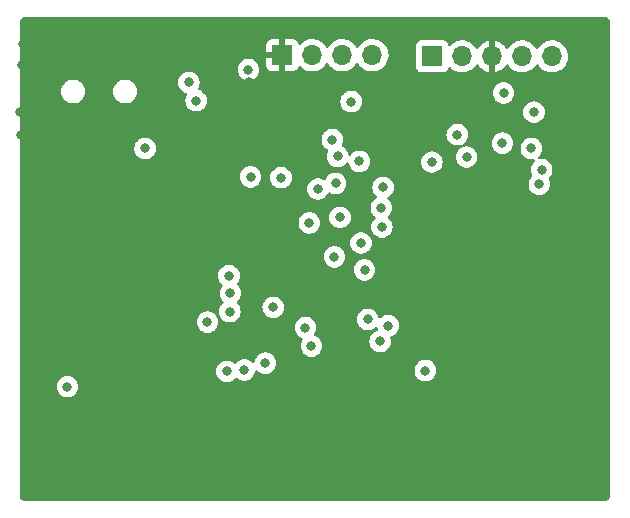
<source format=gbr>
%TF.GenerationSoftware,KiCad,Pcbnew,(6.0.1)*%
%TF.CreationDate,2022-04-20T02:22:31-05:00*%
%TF.ProjectId,pcb_w_STM32F030C8T6,7063625f-775f-4535-944d-333246303330,rev?*%
%TF.SameCoordinates,Original*%
%TF.FileFunction,Copper,L3,Inr*%
%TF.FilePolarity,Positive*%
%FSLAX46Y46*%
G04 Gerber Fmt 4.6, Leading zero omitted, Abs format (unit mm)*
G04 Created by KiCad (PCBNEW (6.0.1)) date 2022-04-20 02:22:31*
%MOMM*%
%LPD*%
G01*
G04 APERTURE LIST*
%TA.AperFunction,ComponentPad*%
%ADD10R,1.700000X1.700000*%
%TD*%
%TA.AperFunction,ComponentPad*%
%ADD11O,1.700000X1.700000*%
%TD*%
%TA.AperFunction,ViaPad*%
%ADD12C,0.800000*%
%TD*%
G04 APERTURE END LIST*
D10*
%TO.N,SWCLK*%
%TO.C,J2*%
X78435000Y-69850000D03*
D11*
%TO.N,SWDIO*%
X80975000Y-69850000D03*
%TO.N,GND*%
X83515000Y-69850000D03*
%TO.N,Net-(J2-Pad4)*%
X86055000Y-69850000D03*
%TO.N,NRST*%
X88595000Y-69850000D03*
%TD*%
D10*
%TO.N,GND*%
%TO.C,J1*%
X65750000Y-69750000D03*
D11*
%TO.N,VDDA*%
X68290000Y-69750000D03*
%TO.N,SCL*%
X70830000Y-69750000D03*
%TO.N,SDA*%
X73370000Y-69750000D03*
%TD*%
D12*
%TO.N,GND*%
X69250000Y-74325000D03*
%TO.N,Net-(C5-Pad2)*%
X62875000Y-70975000D03*
X58450000Y-73600000D03*
%TO.N,MC_USB_3.3*%
X63050000Y-80050000D03*
X57825000Y-72050000D03*
%TO.N,MC_USB_5*%
X65625000Y-80125000D03*
X54125000Y-77650000D03*
%TO.N,MC_USB_3.3*%
X81350000Y-78375000D03*
X80550000Y-76475500D03*
%TO.N,GND*%
X63025000Y-73350000D03*
X62900000Y-72000000D03*
X69400000Y-98450000D03*
X67600000Y-91350000D03*
X43750000Y-68775000D03*
X57100000Y-76325000D03*
X43600000Y-76500000D03*
X88025000Y-87725000D03*
X51050000Y-103350000D03*
X59175000Y-86550000D03*
X47925000Y-103700000D03*
X43550000Y-74525000D03*
X76850000Y-74075000D03*
X43725000Y-70600000D03*
X81875000Y-93425000D03*
X72500000Y-98475000D03*
X48450000Y-77575000D03*
X73200000Y-90100000D03*
X89050000Y-102350000D03*
X57165468Y-74847117D03*
X47875000Y-81000000D03*
X56725000Y-70575000D03*
X56700000Y-69325000D03*
X62250000Y-87325000D03*
X45625000Y-87075000D03*
%TO.N,VDDA*%
X47550000Y-97825000D03*
X77850000Y-96450000D03*
X64975000Y-91100000D03*
X74125000Y-82675000D03*
X87700000Y-79450000D03*
X72400000Y-85650000D03*
X74175000Y-84300000D03*
X72700000Y-87925000D03*
X84475000Y-72950000D03*
X61300000Y-91475000D03*
X67700000Y-92825000D03*
X68200000Y-94375000D03*
X72975000Y-92125000D03*
X74025000Y-93975000D03*
%TO.N,NRST*%
X61350000Y-89900000D03*
X70625000Y-83475000D03*
X74275000Y-80950000D03*
X87050000Y-74575000D03*
X84375000Y-77200000D03*
X78400000Y-78800000D03*
%TO.N,CHANGE_STATE*%
X61225000Y-88425000D03*
X61050000Y-96525000D03*
X74700000Y-92650000D03*
X59400000Y-92350000D03*
%TO.N,DEC*%
X64300000Y-95825000D03*
X62525000Y-96400000D03*
%TO.N,SCL*%
X70150000Y-86825000D03*
X71575000Y-73675000D03*
%TO.N,SDA*%
X69975000Y-76900000D03*
X68024500Y-83950000D03*
%TO.N,SWCLK*%
X68750000Y-81075000D03*
X70425000Y-78325000D03*
%TO.N,SWDIO*%
X70252729Y-80596870D03*
X72275000Y-78750000D03*
%TO.N,Net-(J2-Pad4)*%
X87500000Y-80675000D03*
X86825000Y-77650000D03*
%TD*%
%TA.AperFunction,Conductor*%
%TO.N,GND*%
G36*
X92970055Y-66509500D02*
G01*
X92984856Y-66511805D01*
X92984859Y-66511805D01*
X92993728Y-66513186D01*
X93002630Y-66512022D01*
X93002632Y-66512022D01*
X93002690Y-66512014D01*
X93002729Y-66512009D01*
X93033167Y-66511738D01*
X93095374Y-66518747D01*
X93122882Y-66525026D01*
X93200069Y-66552035D01*
X93225490Y-66564277D01*
X93294737Y-66607788D01*
X93316796Y-66625380D01*
X93374620Y-66683204D01*
X93392212Y-66705263D01*
X93435723Y-66774510D01*
X93447965Y-66799931D01*
X93474974Y-66877119D01*
X93481253Y-66904624D01*
X93487522Y-66960255D01*
X93488305Y-66975903D01*
X93488196Y-66984858D01*
X93486814Y-66993732D01*
X93488454Y-67006272D01*
X93490936Y-67025253D01*
X93492000Y-67041591D01*
X93492000Y-106950670D01*
X93490500Y-106970054D01*
X93486814Y-106993728D01*
X93487978Y-107002630D01*
X93487978Y-107002632D01*
X93487991Y-107002728D01*
X93488262Y-107033167D01*
X93481253Y-107095374D01*
X93474974Y-107122882D01*
X93447965Y-107200069D01*
X93435723Y-107225490D01*
X93392212Y-107294737D01*
X93374620Y-107316796D01*
X93316796Y-107374620D01*
X93294737Y-107392212D01*
X93225490Y-107435723D01*
X93200069Y-107447965D01*
X93122881Y-107474974D01*
X93095376Y-107481253D01*
X93083762Y-107482562D01*
X93039738Y-107487522D01*
X93024097Y-107488305D01*
X93015142Y-107488196D01*
X93006268Y-107486814D01*
X92974747Y-107490936D01*
X92958409Y-107492000D01*
X44049330Y-107492000D01*
X44029945Y-107490500D01*
X44015144Y-107488195D01*
X44015141Y-107488195D01*
X44006272Y-107486814D01*
X43997370Y-107487978D01*
X43997368Y-107487978D01*
X43997310Y-107487986D01*
X43997271Y-107487991D01*
X43966833Y-107488262D01*
X43904626Y-107481253D01*
X43877118Y-107474974D01*
X43799931Y-107447965D01*
X43774510Y-107435723D01*
X43705263Y-107392212D01*
X43683204Y-107374620D01*
X43625380Y-107316796D01*
X43607788Y-107294737D01*
X43564277Y-107225490D01*
X43552035Y-107200069D01*
X43525026Y-107122881D01*
X43518747Y-107095376D01*
X43512478Y-107039745D01*
X43511695Y-107024097D01*
X43511804Y-107015142D01*
X43513186Y-107006268D01*
X43509064Y-106974746D01*
X43508000Y-106958409D01*
X43508000Y-97825000D01*
X46636496Y-97825000D01*
X46656458Y-98014928D01*
X46715473Y-98196556D01*
X46810960Y-98361944D01*
X46938747Y-98503866D01*
X47093248Y-98616118D01*
X47099276Y-98618802D01*
X47099278Y-98618803D01*
X47261681Y-98691109D01*
X47267712Y-98693794D01*
X47361113Y-98713647D01*
X47448056Y-98732128D01*
X47448061Y-98732128D01*
X47454513Y-98733500D01*
X47645487Y-98733500D01*
X47651939Y-98732128D01*
X47651944Y-98732128D01*
X47738887Y-98713647D01*
X47832288Y-98693794D01*
X47838319Y-98691109D01*
X48000722Y-98618803D01*
X48000724Y-98618802D01*
X48006752Y-98616118D01*
X48161253Y-98503866D01*
X48289040Y-98361944D01*
X48384527Y-98196556D01*
X48443542Y-98014928D01*
X48463504Y-97825000D01*
X48443542Y-97635072D01*
X48384527Y-97453444D01*
X48289040Y-97288056D01*
X48271697Y-97268794D01*
X48165675Y-97151045D01*
X48165674Y-97151044D01*
X48161253Y-97146134D01*
X48006752Y-97033882D01*
X48000724Y-97031198D01*
X48000722Y-97031197D01*
X47838319Y-96958891D01*
X47838318Y-96958891D01*
X47832288Y-96956206D01*
X47738888Y-96936353D01*
X47651944Y-96917872D01*
X47651939Y-96917872D01*
X47645487Y-96916500D01*
X47454513Y-96916500D01*
X47448061Y-96917872D01*
X47448056Y-96917872D01*
X47361112Y-96936353D01*
X47267712Y-96956206D01*
X47261682Y-96958891D01*
X47261681Y-96958891D01*
X47099278Y-97031197D01*
X47099276Y-97031198D01*
X47093248Y-97033882D01*
X46938747Y-97146134D01*
X46934326Y-97151044D01*
X46934325Y-97151045D01*
X46828304Y-97268794D01*
X46810960Y-97288056D01*
X46715473Y-97453444D01*
X46656458Y-97635072D01*
X46636496Y-97825000D01*
X43508000Y-97825000D01*
X43508000Y-96525000D01*
X60136496Y-96525000D01*
X60137186Y-96531565D01*
X60153955Y-96691109D01*
X60156458Y-96714928D01*
X60215473Y-96896556D01*
X60310960Y-97061944D01*
X60315378Y-97066851D01*
X60315379Y-97066852D01*
X60329693Y-97082749D01*
X60438747Y-97203866D01*
X60593248Y-97316118D01*
X60599276Y-97318802D01*
X60599278Y-97318803D01*
X60685358Y-97357128D01*
X60767712Y-97393794D01*
X60861113Y-97413647D01*
X60948056Y-97432128D01*
X60948061Y-97432128D01*
X60954513Y-97433500D01*
X61145487Y-97433500D01*
X61151939Y-97432128D01*
X61151944Y-97432128D01*
X61238887Y-97413647D01*
X61332288Y-97393794D01*
X61414642Y-97357128D01*
X61500722Y-97318803D01*
X61500724Y-97318802D01*
X61506752Y-97316118D01*
X61661253Y-97203866D01*
X61753235Y-97101709D01*
X61813680Y-97064471D01*
X61884664Y-97065823D01*
X61920929Y-97084084D01*
X62068248Y-97191118D01*
X62074276Y-97193802D01*
X62074278Y-97193803D01*
X62171833Y-97237237D01*
X62242712Y-97268794D01*
X62333332Y-97288056D01*
X62423056Y-97307128D01*
X62423061Y-97307128D01*
X62429513Y-97308500D01*
X62620487Y-97308500D01*
X62626939Y-97307128D01*
X62626944Y-97307128D01*
X62716668Y-97288056D01*
X62807288Y-97268794D01*
X62878167Y-97237237D01*
X62975722Y-97193803D01*
X62975724Y-97193802D01*
X62981752Y-97191118D01*
X63136253Y-97078866D01*
X63140675Y-97073955D01*
X63259621Y-96941852D01*
X63259622Y-96941851D01*
X63264040Y-96936944D01*
X63359527Y-96771556D01*
X63418542Y-96589928D01*
X63425305Y-96525586D01*
X63452317Y-96459930D01*
X63510538Y-96419300D01*
X63581483Y-96416597D01*
X63644250Y-96454447D01*
X63688747Y-96503866D01*
X63787843Y-96575864D01*
X63815842Y-96596206D01*
X63843248Y-96616118D01*
X63849276Y-96618802D01*
X63849278Y-96618803D01*
X63896726Y-96639928D01*
X64017712Y-96693794D01*
X64086263Y-96708365D01*
X64198056Y-96732128D01*
X64198061Y-96732128D01*
X64204513Y-96733500D01*
X64395487Y-96733500D01*
X64401939Y-96732128D01*
X64401944Y-96732128D01*
X64513737Y-96708365D01*
X64582288Y-96693794D01*
X64703274Y-96639928D01*
X64750722Y-96618803D01*
X64750724Y-96618802D01*
X64756752Y-96616118D01*
X64784159Y-96596206D01*
X64812157Y-96575864D01*
X64911253Y-96503866D01*
X64959754Y-96450000D01*
X76936496Y-96450000D01*
X76937186Y-96456565D01*
X76953548Y-96612237D01*
X76956458Y-96639928D01*
X77015473Y-96821556D01*
X77110960Y-96986944D01*
X77115378Y-96991851D01*
X77115379Y-96991852D01*
X77181983Y-97065823D01*
X77238747Y-97128866D01*
X77393248Y-97241118D01*
X77399276Y-97243802D01*
X77399278Y-97243803D01*
X77561681Y-97316109D01*
X77567712Y-97318794D01*
X77661113Y-97338647D01*
X77748056Y-97357128D01*
X77748061Y-97357128D01*
X77754513Y-97358500D01*
X77945487Y-97358500D01*
X77951939Y-97357128D01*
X77951944Y-97357128D01*
X78038887Y-97338647D01*
X78132288Y-97318794D01*
X78138319Y-97316109D01*
X78300722Y-97243803D01*
X78300724Y-97243802D01*
X78306752Y-97241118D01*
X78461253Y-97128866D01*
X78518017Y-97065823D01*
X78584621Y-96991852D01*
X78584622Y-96991851D01*
X78589040Y-96986944D01*
X78684527Y-96821556D01*
X78743542Y-96639928D01*
X78746453Y-96612237D01*
X78762814Y-96456565D01*
X78763504Y-96450000D01*
X78743542Y-96260072D01*
X78684527Y-96078444D01*
X78589040Y-95913056D01*
X78508215Y-95823290D01*
X78465675Y-95776045D01*
X78465674Y-95776044D01*
X78461253Y-95771134D01*
X78306752Y-95658882D01*
X78300724Y-95656198D01*
X78300722Y-95656197D01*
X78138319Y-95583891D01*
X78138318Y-95583891D01*
X78132288Y-95581206D01*
X78038888Y-95561353D01*
X77951944Y-95542872D01*
X77951939Y-95542872D01*
X77945487Y-95541500D01*
X77754513Y-95541500D01*
X77748061Y-95542872D01*
X77748056Y-95542872D01*
X77661112Y-95561353D01*
X77567712Y-95581206D01*
X77561682Y-95583891D01*
X77561681Y-95583891D01*
X77399278Y-95656197D01*
X77399276Y-95656198D01*
X77393248Y-95658882D01*
X77238747Y-95771134D01*
X77234326Y-95776044D01*
X77234325Y-95776045D01*
X77191786Y-95823290D01*
X77110960Y-95913056D01*
X77015473Y-96078444D01*
X76956458Y-96260072D01*
X76936496Y-96450000D01*
X64959754Y-96450000D01*
X64965665Y-96443435D01*
X65034621Y-96366852D01*
X65034622Y-96366851D01*
X65039040Y-96361944D01*
X65134527Y-96196556D01*
X65193542Y-96014928D01*
X65195766Y-95993774D01*
X65212814Y-95831565D01*
X65213504Y-95825000D01*
X65207843Y-95771134D01*
X65194232Y-95641635D01*
X65194232Y-95641633D01*
X65193542Y-95635072D01*
X65134527Y-95453444D01*
X65039040Y-95288056D01*
X65033703Y-95282128D01*
X64915675Y-95151045D01*
X64915674Y-95151044D01*
X64911253Y-95146134D01*
X64756752Y-95033882D01*
X64750724Y-95031198D01*
X64750722Y-95031197D01*
X64588319Y-94958891D01*
X64588318Y-94958891D01*
X64582288Y-94956206D01*
X64488888Y-94936353D01*
X64401944Y-94917872D01*
X64401939Y-94917872D01*
X64395487Y-94916500D01*
X64204513Y-94916500D01*
X64198061Y-94917872D01*
X64198056Y-94917872D01*
X64111112Y-94936353D01*
X64017712Y-94956206D01*
X64011682Y-94958891D01*
X64011681Y-94958891D01*
X63849278Y-95031197D01*
X63849276Y-95031198D01*
X63843248Y-95033882D01*
X63688747Y-95146134D01*
X63684326Y-95151044D01*
X63684325Y-95151045D01*
X63566298Y-95282128D01*
X63560960Y-95288056D01*
X63465473Y-95453444D01*
X63406458Y-95635072D01*
X63405768Y-95641633D01*
X63405768Y-95641635D01*
X63399696Y-95699413D01*
X63372683Y-95765070D01*
X63314462Y-95805700D01*
X63243517Y-95808403D01*
X63180750Y-95770553D01*
X63140675Y-95726045D01*
X63140671Y-95726041D01*
X63136253Y-95721134D01*
X63037157Y-95649136D01*
X62987094Y-95612763D01*
X62987093Y-95612762D01*
X62981752Y-95608882D01*
X62975724Y-95606198D01*
X62975722Y-95606197D01*
X62813319Y-95533891D01*
X62813318Y-95533891D01*
X62807288Y-95531206D01*
X62713887Y-95511353D01*
X62626944Y-95492872D01*
X62626939Y-95492872D01*
X62620487Y-95491500D01*
X62429513Y-95491500D01*
X62423061Y-95492872D01*
X62423056Y-95492872D01*
X62336113Y-95511353D01*
X62242712Y-95531206D01*
X62236682Y-95533891D01*
X62236681Y-95533891D01*
X62074278Y-95606197D01*
X62074276Y-95606198D01*
X62068248Y-95608882D01*
X62062907Y-95612762D01*
X62062906Y-95612763D01*
X62012843Y-95649136D01*
X61913747Y-95721134D01*
X61821765Y-95823291D01*
X61761320Y-95860529D01*
X61690336Y-95859177D01*
X61654071Y-95840916D01*
X61506752Y-95733882D01*
X61500724Y-95731198D01*
X61500722Y-95731197D01*
X61338319Y-95658891D01*
X61338318Y-95658891D01*
X61332288Y-95656206D01*
X61232861Y-95635072D01*
X61151944Y-95617872D01*
X61151939Y-95617872D01*
X61145487Y-95616500D01*
X60954513Y-95616500D01*
X60948061Y-95617872D01*
X60948056Y-95617872D01*
X60867139Y-95635072D01*
X60767712Y-95656206D01*
X60761682Y-95658891D01*
X60761681Y-95658891D01*
X60599278Y-95731197D01*
X60599276Y-95731198D01*
X60593248Y-95733882D01*
X60438747Y-95846134D01*
X60310960Y-95988056D01*
X60215473Y-96153444D01*
X60156458Y-96335072D01*
X60155768Y-96341633D01*
X60155768Y-96341635D01*
X60153118Y-96366852D01*
X60136496Y-96525000D01*
X43508000Y-96525000D01*
X43508000Y-92350000D01*
X58486496Y-92350000D01*
X58506458Y-92539928D01*
X58565473Y-92721556D01*
X58660960Y-92886944D01*
X58788747Y-93028866D01*
X58850472Y-93073712D01*
X58898892Y-93108891D01*
X58943248Y-93141118D01*
X58949276Y-93143802D01*
X58949278Y-93143803D01*
X59111681Y-93216109D01*
X59117712Y-93218794D01*
X59211112Y-93238647D01*
X59298056Y-93257128D01*
X59298061Y-93257128D01*
X59304513Y-93258500D01*
X59495487Y-93258500D01*
X59501939Y-93257128D01*
X59501944Y-93257128D01*
X59588888Y-93238647D01*
X59682288Y-93218794D01*
X59688319Y-93216109D01*
X59850722Y-93143803D01*
X59850724Y-93143802D01*
X59856752Y-93141118D01*
X59901109Y-93108891D01*
X59949528Y-93073712D01*
X60011253Y-93028866D01*
X60139040Y-92886944D01*
X60174803Y-92825000D01*
X66786496Y-92825000D01*
X66787186Y-92831565D01*
X66803955Y-92991109D01*
X66806458Y-93014928D01*
X66865473Y-93196556D01*
X66960960Y-93361944D01*
X66965378Y-93366851D01*
X66965379Y-93366852D01*
X67084325Y-93498955D01*
X67088747Y-93503866D01*
X67243248Y-93616118D01*
X67249276Y-93618802D01*
X67249278Y-93618803D01*
X67390535Y-93681694D01*
X67444630Y-93727674D01*
X67465280Y-93795601D01*
X67448405Y-93859801D01*
X67365473Y-94003444D01*
X67306458Y-94185072D01*
X67286496Y-94375000D01*
X67306458Y-94564928D01*
X67365473Y-94746556D01*
X67460960Y-94911944D01*
X67465378Y-94916851D01*
X67465379Y-94916852D01*
X67503231Y-94958891D01*
X67588747Y-95053866D01*
X67743248Y-95166118D01*
X67749276Y-95168802D01*
X67749278Y-95168803D01*
X67911681Y-95241109D01*
X67917712Y-95243794D01*
X68011113Y-95263647D01*
X68098056Y-95282128D01*
X68098061Y-95282128D01*
X68104513Y-95283500D01*
X68295487Y-95283500D01*
X68301939Y-95282128D01*
X68301944Y-95282128D01*
X68388887Y-95263647D01*
X68482288Y-95243794D01*
X68488319Y-95241109D01*
X68650722Y-95168803D01*
X68650724Y-95168802D01*
X68656752Y-95166118D01*
X68811253Y-95053866D01*
X68896769Y-94958891D01*
X68934621Y-94916852D01*
X68934622Y-94916851D01*
X68939040Y-94911944D01*
X69034527Y-94746556D01*
X69093542Y-94564928D01*
X69113504Y-94375000D01*
X69093542Y-94185072D01*
X69034527Y-94003444D01*
X68939040Y-93838056D01*
X68900814Y-93795601D01*
X68815675Y-93701045D01*
X68815674Y-93701044D01*
X68811253Y-93696134D01*
X68656752Y-93583882D01*
X68650724Y-93581198D01*
X68650722Y-93581197D01*
X68509465Y-93518306D01*
X68455370Y-93472326D01*
X68434720Y-93404399D01*
X68451595Y-93340199D01*
X68531223Y-93202279D01*
X68531224Y-93202278D01*
X68534527Y-93196556D01*
X68593542Y-93014928D01*
X68596046Y-92991109D01*
X68612814Y-92831565D01*
X68613504Y-92825000D01*
X68606673Y-92760009D01*
X68594232Y-92641635D01*
X68594232Y-92641633D01*
X68593542Y-92635072D01*
X68534527Y-92453444D01*
X68439040Y-92288056D01*
X68430386Y-92278444D01*
X68315675Y-92151045D01*
X68315674Y-92151044D01*
X68311253Y-92146134D01*
X68282165Y-92125000D01*
X72061496Y-92125000D01*
X72062186Y-92131565D01*
X72079235Y-92293774D01*
X72081458Y-92314928D01*
X72140473Y-92496556D01*
X72235960Y-92661944D01*
X72240378Y-92666851D01*
X72240379Y-92666852D01*
X72355447Y-92794648D01*
X72363747Y-92803866D01*
X72518248Y-92916118D01*
X72524276Y-92918802D01*
X72524278Y-92918803D01*
X72579165Y-92943240D01*
X72692712Y-92993794D01*
X72761263Y-93008365D01*
X72873056Y-93032128D01*
X72873061Y-93032128D01*
X72879513Y-93033500D01*
X73070487Y-93033500D01*
X73076939Y-93032128D01*
X73076944Y-93032128D01*
X73188737Y-93008365D01*
X73257288Y-92993794D01*
X73370835Y-92943240D01*
X73425722Y-92918803D01*
X73425724Y-92918802D01*
X73431752Y-92916118D01*
X73586253Y-92803866D01*
X73593425Y-92795901D01*
X73595458Y-92794648D01*
X73595577Y-92794541D01*
X73595597Y-92794563D01*
X73653867Y-92758660D01*
X73724851Y-92760009D01*
X73783837Y-92799521D01*
X73806894Y-92841271D01*
X73840027Y-92943242D01*
X73842055Y-93014208D01*
X73805393Y-93075006D01*
X73754884Y-93101045D01*
X73755452Y-93102792D01*
X73749168Y-93104834D01*
X73742712Y-93106206D01*
X73736682Y-93108891D01*
X73736681Y-93108891D01*
X73574278Y-93181197D01*
X73574276Y-93181198D01*
X73568248Y-93183882D01*
X73562907Y-93187762D01*
X73562906Y-93187763D01*
X73520196Y-93218794D01*
X73413747Y-93296134D01*
X73285960Y-93438056D01*
X73190473Y-93603444D01*
X73131458Y-93785072D01*
X73111496Y-93975000D01*
X73131458Y-94164928D01*
X73190473Y-94346556D01*
X73285960Y-94511944D01*
X73290378Y-94516851D01*
X73290379Y-94516852D01*
X73333667Y-94564928D01*
X73413747Y-94653866D01*
X73568248Y-94766118D01*
X73574276Y-94768802D01*
X73574278Y-94768803D01*
X73736681Y-94841109D01*
X73742712Y-94843794D01*
X73836113Y-94863647D01*
X73923056Y-94882128D01*
X73923061Y-94882128D01*
X73929513Y-94883500D01*
X74120487Y-94883500D01*
X74126939Y-94882128D01*
X74126944Y-94882128D01*
X74213887Y-94863647D01*
X74307288Y-94843794D01*
X74313319Y-94841109D01*
X74475722Y-94768803D01*
X74475724Y-94768802D01*
X74481752Y-94766118D01*
X74636253Y-94653866D01*
X74716333Y-94564928D01*
X74759621Y-94516852D01*
X74759622Y-94516851D01*
X74764040Y-94511944D01*
X74859527Y-94346556D01*
X74918542Y-94164928D01*
X74938504Y-93975000D01*
X74918542Y-93785072D01*
X74884973Y-93681758D01*
X74882945Y-93610792D01*
X74919607Y-93549994D01*
X74970116Y-93523955D01*
X74969548Y-93522208D01*
X74975832Y-93520166D01*
X74982288Y-93518794D01*
X75007096Y-93507749D01*
X75150722Y-93443803D01*
X75150724Y-93443802D01*
X75156752Y-93441118D01*
X75311253Y-93328866D01*
X75425232Y-93202279D01*
X75434621Y-93191852D01*
X75434622Y-93191851D01*
X75439040Y-93186944D01*
X75534527Y-93021556D01*
X75593542Y-92839928D01*
X75597849Y-92798955D01*
X75612814Y-92656565D01*
X75613504Y-92650000D01*
X75593542Y-92460072D01*
X75534527Y-92278444D01*
X75439040Y-92113056D01*
X75367752Y-92033882D01*
X75315675Y-91976045D01*
X75315672Y-91976042D01*
X75311253Y-91971134D01*
X75156752Y-91858882D01*
X75150724Y-91856198D01*
X75150722Y-91856197D01*
X74988319Y-91783891D01*
X74988318Y-91783891D01*
X74982288Y-91781206D01*
X74881247Y-91759729D01*
X74801944Y-91742872D01*
X74801939Y-91742872D01*
X74795487Y-91741500D01*
X74604513Y-91741500D01*
X74598061Y-91742872D01*
X74598056Y-91742872D01*
X74518753Y-91759729D01*
X74417712Y-91781206D01*
X74411682Y-91783891D01*
X74411681Y-91783891D01*
X74249278Y-91856197D01*
X74249276Y-91856198D01*
X74243248Y-91858882D01*
X74088747Y-91971134D01*
X74081575Y-91979099D01*
X74079542Y-91980352D01*
X74079423Y-91980459D01*
X74079403Y-91980437D01*
X74021133Y-92016340D01*
X73950149Y-92014991D01*
X73891163Y-91975479D01*
X73868105Y-91933727D01*
X73828896Y-91813056D01*
X73809527Y-91753444D01*
X73714040Y-91588056D01*
X73586253Y-91446134D01*
X73431752Y-91333882D01*
X73425724Y-91331198D01*
X73425722Y-91331197D01*
X73263319Y-91258891D01*
X73263318Y-91258891D01*
X73257288Y-91256206D01*
X73163888Y-91236353D01*
X73076944Y-91217872D01*
X73076939Y-91217872D01*
X73070487Y-91216500D01*
X72879513Y-91216500D01*
X72873061Y-91217872D01*
X72873056Y-91217872D01*
X72786112Y-91236353D01*
X72692712Y-91256206D01*
X72686682Y-91258891D01*
X72686681Y-91258891D01*
X72524278Y-91331197D01*
X72524276Y-91331198D01*
X72518248Y-91333882D01*
X72363747Y-91446134D01*
X72235960Y-91588056D01*
X72140473Y-91753444D01*
X72081458Y-91935072D01*
X72080768Y-91941633D01*
X72080768Y-91941635D01*
X72073058Y-92014991D01*
X72061496Y-92125000D01*
X68282165Y-92125000D01*
X68156752Y-92033882D01*
X68150724Y-92031198D01*
X68150722Y-92031197D01*
X67988319Y-91958891D01*
X67988318Y-91958891D01*
X67982288Y-91956206D01*
X67882861Y-91935072D01*
X67801944Y-91917872D01*
X67801939Y-91917872D01*
X67795487Y-91916500D01*
X67604513Y-91916500D01*
X67598061Y-91917872D01*
X67598056Y-91917872D01*
X67517139Y-91935072D01*
X67417712Y-91956206D01*
X67411682Y-91958891D01*
X67411681Y-91958891D01*
X67249278Y-92031197D01*
X67249276Y-92031198D01*
X67243248Y-92033882D01*
X67088747Y-92146134D01*
X67084326Y-92151044D01*
X67084325Y-92151045D01*
X66969615Y-92278444D01*
X66960960Y-92288056D01*
X66865473Y-92453444D01*
X66806458Y-92635072D01*
X66805768Y-92641633D01*
X66805768Y-92641635D01*
X66793327Y-92760009D01*
X66786496Y-92825000D01*
X60174803Y-92825000D01*
X60234527Y-92721556D01*
X60293542Y-92539928D01*
X60313504Y-92350000D01*
X60309128Y-92308365D01*
X60294232Y-92166635D01*
X60294232Y-92166633D01*
X60293542Y-92160072D01*
X60234527Y-91978444D01*
X60227406Y-91966109D01*
X60184109Y-91891118D01*
X60139040Y-91813056D01*
X60111752Y-91782749D01*
X60015675Y-91676045D01*
X60015674Y-91676044D01*
X60011253Y-91671134D01*
X59856752Y-91558882D01*
X59850724Y-91556198D01*
X59850722Y-91556197D01*
X59688319Y-91483891D01*
X59688318Y-91483891D01*
X59682288Y-91481206D01*
X59588887Y-91461353D01*
X59501944Y-91442872D01*
X59501939Y-91442872D01*
X59495487Y-91441500D01*
X59304513Y-91441500D01*
X59298061Y-91442872D01*
X59298056Y-91442872D01*
X59211113Y-91461353D01*
X59117712Y-91481206D01*
X59111682Y-91483891D01*
X59111681Y-91483891D01*
X58949278Y-91556197D01*
X58949276Y-91556198D01*
X58943248Y-91558882D01*
X58788747Y-91671134D01*
X58784326Y-91676044D01*
X58784325Y-91676045D01*
X58688249Y-91782749D01*
X58660960Y-91813056D01*
X58615891Y-91891118D01*
X58572595Y-91966109D01*
X58565473Y-91978444D01*
X58506458Y-92160072D01*
X58505768Y-92166633D01*
X58505768Y-92166635D01*
X58490872Y-92308365D01*
X58486496Y-92350000D01*
X43508000Y-92350000D01*
X43508000Y-88425000D01*
X60311496Y-88425000D01*
X60331458Y-88614928D01*
X60390473Y-88796556D01*
X60393776Y-88802278D01*
X60393777Y-88802279D01*
X60411803Y-88833500D01*
X60485960Y-88961944D01*
X60613747Y-89103866D01*
X60631950Y-89117091D01*
X60639935Y-89122893D01*
X60683288Y-89179116D01*
X60689362Y-89249853D01*
X60659508Y-89309138D01*
X60610960Y-89363056D01*
X60515473Y-89528444D01*
X60456458Y-89710072D01*
X60436496Y-89900000D01*
X60456458Y-90089928D01*
X60515473Y-90271556D01*
X60610960Y-90436944D01*
X60615378Y-90441851D01*
X60615379Y-90441852D01*
X60734327Y-90573958D01*
X60734331Y-90573962D01*
X60735135Y-90574855D01*
X60735136Y-90574856D01*
X60738747Y-90578866D01*
X60738014Y-90579526D01*
X60772142Y-90634919D01*
X60770791Y-90705903D01*
X60731278Y-90764888D01*
X60724660Y-90770042D01*
X60688747Y-90796134D01*
X60684328Y-90801042D01*
X60684325Y-90801045D01*
X60580248Y-90916635D01*
X60560960Y-90938056D01*
X60465473Y-91103444D01*
X60406458Y-91285072D01*
X60386496Y-91475000D01*
X60387186Y-91481565D01*
X60404033Y-91641852D01*
X60406458Y-91664928D01*
X60465473Y-91846556D01*
X60468776Y-91852278D01*
X60468777Y-91852279D01*
X60539907Y-91975479D01*
X60560960Y-92011944D01*
X60565378Y-92016851D01*
X60565379Y-92016852D01*
X60656845Y-92118435D01*
X60688747Y-92153866D01*
X60843248Y-92266118D01*
X60849276Y-92268802D01*
X60849278Y-92268803D01*
X60966978Y-92321206D01*
X61017712Y-92343794D01*
X61111113Y-92363647D01*
X61198056Y-92382128D01*
X61198061Y-92382128D01*
X61204513Y-92383500D01*
X61395487Y-92383500D01*
X61401939Y-92382128D01*
X61401944Y-92382128D01*
X61488887Y-92363647D01*
X61582288Y-92343794D01*
X61633022Y-92321206D01*
X61750722Y-92268803D01*
X61750724Y-92268802D01*
X61756752Y-92266118D01*
X61911253Y-92153866D01*
X61943155Y-92118435D01*
X62034621Y-92016852D01*
X62034622Y-92016851D01*
X62039040Y-92011944D01*
X62060093Y-91975479D01*
X62131223Y-91852279D01*
X62131224Y-91852278D01*
X62134527Y-91846556D01*
X62193542Y-91664928D01*
X62195968Y-91641852D01*
X62212814Y-91481565D01*
X62213504Y-91475000D01*
X62193542Y-91285072D01*
X62134527Y-91103444D01*
X62132539Y-91100000D01*
X64061496Y-91100000D01*
X64062186Y-91106565D01*
X64077770Y-91254834D01*
X64081458Y-91289928D01*
X64140473Y-91471556D01*
X64143776Y-91477278D01*
X64143777Y-91477279D01*
X64177686Y-91536010D01*
X64235960Y-91636944D01*
X64240378Y-91641851D01*
X64240379Y-91641852D01*
X64331338Y-91742872D01*
X64363747Y-91778866D01*
X64518248Y-91891118D01*
X64524276Y-91893802D01*
X64524278Y-91893803D01*
X64670469Y-91958891D01*
X64692712Y-91968794D01*
X64767680Y-91984729D01*
X64873056Y-92007128D01*
X64873061Y-92007128D01*
X64879513Y-92008500D01*
X65070487Y-92008500D01*
X65076939Y-92007128D01*
X65076944Y-92007128D01*
X65182320Y-91984729D01*
X65257288Y-91968794D01*
X65279531Y-91958891D01*
X65425722Y-91893803D01*
X65425724Y-91893802D01*
X65431752Y-91891118D01*
X65586253Y-91778866D01*
X65618662Y-91742872D01*
X65709621Y-91641852D01*
X65709622Y-91641851D01*
X65714040Y-91636944D01*
X65772314Y-91536010D01*
X65806223Y-91477279D01*
X65806224Y-91477278D01*
X65809527Y-91471556D01*
X65868542Y-91289928D01*
X65872231Y-91254834D01*
X65887814Y-91106565D01*
X65888504Y-91100000D01*
X65871483Y-90938056D01*
X65869232Y-90916635D01*
X65869232Y-90916633D01*
X65868542Y-90910072D01*
X65809527Y-90728444D01*
X65714040Y-90563056D01*
X65586253Y-90421134D01*
X65431752Y-90308882D01*
X65425724Y-90306198D01*
X65425722Y-90306197D01*
X65263319Y-90233891D01*
X65263318Y-90233891D01*
X65257288Y-90231206D01*
X65163888Y-90211353D01*
X65076944Y-90192872D01*
X65076939Y-90192872D01*
X65070487Y-90191500D01*
X64879513Y-90191500D01*
X64873061Y-90192872D01*
X64873056Y-90192872D01*
X64786112Y-90211353D01*
X64692712Y-90231206D01*
X64686682Y-90233891D01*
X64686681Y-90233891D01*
X64524278Y-90306197D01*
X64524276Y-90306198D01*
X64518248Y-90308882D01*
X64363747Y-90421134D01*
X64235960Y-90563056D01*
X64140473Y-90728444D01*
X64081458Y-90910072D01*
X64080768Y-90916633D01*
X64080768Y-90916635D01*
X64078517Y-90938056D01*
X64061496Y-91100000D01*
X62132539Y-91100000D01*
X62039040Y-90938056D01*
X62034621Y-90933148D01*
X61915673Y-90801042D01*
X61915669Y-90801038D01*
X61911253Y-90796134D01*
X61911986Y-90795474D01*
X61877858Y-90740081D01*
X61879209Y-90669097D01*
X61918722Y-90610112D01*
X61925347Y-90604953D01*
X61955909Y-90582749D01*
X61955911Y-90582747D01*
X61961253Y-90578866D01*
X62089040Y-90436944D01*
X62184527Y-90271556D01*
X62243542Y-90089928D01*
X62263504Y-89900000D01*
X62243542Y-89710072D01*
X62184527Y-89528444D01*
X62089040Y-89363056D01*
X61961253Y-89221134D01*
X61935065Y-89202107D01*
X61891712Y-89145884D01*
X61885638Y-89075147D01*
X61915492Y-89015862D01*
X61959621Y-88966852D01*
X61959622Y-88966851D01*
X61964040Y-88961944D01*
X62038197Y-88833500D01*
X62056223Y-88802279D01*
X62056224Y-88802278D01*
X62059527Y-88796556D01*
X62118542Y-88614928D01*
X62138504Y-88425000D01*
X62118542Y-88235072D01*
X62059527Y-88053444D01*
X61985370Y-87925000D01*
X71786496Y-87925000D01*
X71806458Y-88114928D01*
X71865473Y-88296556D01*
X71960960Y-88461944D01*
X72088747Y-88603866D01*
X72243248Y-88716118D01*
X72249276Y-88718802D01*
X72249278Y-88718803D01*
X72409799Y-88790271D01*
X72417712Y-88793794D01*
X72511112Y-88813647D01*
X72598056Y-88832128D01*
X72598061Y-88832128D01*
X72604513Y-88833500D01*
X72795487Y-88833500D01*
X72801939Y-88832128D01*
X72801944Y-88832128D01*
X72888888Y-88813647D01*
X72982288Y-88793794D01*
X72990201Y-88790271D01*
X73150722Y-88718803D01*
X73150724Y-88718802D01*
X73156752Y-88716118D01*
X73311253Y-88603866D01*
X73439040Y-88461944D01*
X73534527Y-88296556D01*
X73593542Y-88114928D01*
X73613504Y-87925000D01*
X73593542Y-87735072D01*
X73534527Y-87553444D01*
X73513990Y-87517872D01*
X73442341Y-87393774D01*
X73439040Y-87388056D01*
X73311253Y-87246134D01*
X73156752Y-87133882D01*
X73150724Y-87131198D01*
X73150722Y-87131197D01*
X72988319Y-87058891D01*
X72988318Y-87058891D01*
X72982288Y-87056206D01*
X72888887Y-87036353D01*
X72801944Y-87017872D01*
X72801939Y-87017872D01*
X72795487Y-87016500D01*
X72604513Y-87016500D01*
X72598061Y-87017872D01*
X72598056Y-87017872D01*
X72511113Y-87036353D01*
X72417712Y-87056206D01*
X72411682Y-87058891D01*
X72411681Y-87058891D01*
X72249278Y-87131197D01*
X72249276Y-87131198D01*
X72243248Y-87133882D01*
X72088747Y-87246134D01*
X71960960Y-87388056D01*
X71957659Y-87393774D01*
X71886011Y-87517872D01*
X71865473Y-87553444D01*
X71806458Y-87735072D01*
X71786496Y-87925000D01*
X61985370Y-87925000D01*
X61964040Y-87888056D01*
X61836253Y-87746134D01*
X61681752Y-87633882D01*
X61675724Y-87631198D01*
X61675722Y-87631197D01*
X61513319Y-87558891D01*
X61513318Y-87558891D01*
X61507288Y-87556206D01*
X61413887Y-87536353D01*
X61326944Y-87517872D01*
X61326939Y-87517872D01*
X61320487Y-87516500D01*
X61129513Y-87516500D01*
X61123061Y-87517872D01*
X61123056Y-87517872D01*
X61036113Y-87536353D01*
X60942712Y-87556206D01*
X60936682Y-87558891D01*
X60936681Y-87558891D01*
X60774278Y-87631197D01*
X60774276Y-87631198D01*
X60768248Y-87633882D01*
X60613747Y-87746134D01*
X60485960Y-87888056D01*
X60390473Y-88053444D01*
X60331458Y-88235072D01*
X60311496Y-88425000D01*
X43508000Y-88425000D01*
X43508000Y-86825000D01*
X69236496Y-86825000D01*
X69256458Y-87014928D01*
X69315473Y-87196556D01*
X69410960Y-87361944D01*
X69538747Y-87503866D01*
X69693248Y-87616118D01*
X69699276Y-87618802D01*
X69699278Y-87618803D01*
X69861681Y-87691109D01*
X69867712Y-87693794D01*
X69961113Y-87713647D01*
X70048056Y-87732128D01*
X70048061Y-87732128D01*
X70054513Y-87733500D01*
X70245487Y-87733500D01*
X70251939Y-87732128D01*
X70251944Y-87732128D01*
X70338887Y-87713647D01*
X70432288Y-87693794D01*
X70438319Y-87691109D01*
X70600722Y-87618803D01*
X70600724Y-87618802D01*
X70606752Y-87616118D01*
X70761253Y-87503866D01*
X70889040Y-87361944D01*
X70984527Y-87196556D01*
X71043542Y-87014928D01*
X71063504Y-86825000D01*
X71043542Y-86635072D01*
X70984527Y-86453444D01*
X70889040Y-86288056D01*
X70797999Y-86186944D01*
X70765675Y-86151045D01*
X70765674Y-86151044D01*
X70761253Y-86146134D01*
X70606752Y-86033882D01*
X70600724Y-86031198D01*
X70600722Y-86031197D01*
X70438319Y-85958891D01*
X70438318Y-85958891D01*
X70432288Y-85956206D01*
X70338887Y-85936353D01*
X70251944Y-85917872D01*
X70251939Y-85917872D01*
X70245487Y-85916500D01*
X70054513Y-85916500D01*
X70048061Y-85917872D01*
X70048056Y-85917872D01*
X69961113Y-85936353D01*
X69867712Y-85956206D01*
X69861682Y-85958891D01*
X69861681Y-85958891D01*
X69699278Y-86031197D01*
X69699276Y-86031198D01*
X69693248Y-86033882D01*
X69538747Y-86146134D01*
X69534326Y-86151044D01*
X69534325Y-86151045D01*
X69502002Y-86186944D01*
X69410960Y-86288056D01*
X69315473Y-86453444D01*
X69256458Y-86635072D01*
X69236496Y-86825000D01*
X43508000Y-86825000D01*
X43508000Y-85650000D01*
X71486496Y-85650000D01*
X71506458Y-85839928D01*
X71565473Y-86021556D01*
X71660960Y-86186944D01*
X71665378Y-86191851D01*
X71665379Y-86191852D01*
X71757150Y-86293774D01*
X71788747Y-86328866D01*
X71943248Y-86441118D01*
X71949276Y-86443802D01*
X71949278Y-86443803D01*
X71985049Y-86459729D01*
X72117712Y-86518794D01*
X72211113Y-86538647D01*
X72298056Y-86557128D01*
X72298061Y-86557128D01*
X72304513Y-86558500D01*
X72495487Y-86558500D01*
X72501939Y-86557128D01*
X72501944Y-86557128D01*
X72588887Y-86538647D01*
X72682288Y-86518794D01*
X72814951Y-86459729D01*
X72850722Y-86443803D01*
X72850724Y-86443802D01*
X72856752Y-86441118D01*
X73011253Y-86328866D01*
X73042850Y-86293774D01*
X73134621Y-86191852D01*
X73134622Y-86191851D01*
X73139040Y-86186944D01*
X73234527Y-86021556D01*
X73293542Y-85839928D01*
X73313504Y-85650000D01*
X73293542Y-85460072D01*
X73234527Y-85278444D01*
X73139040Y-85113056D01*
X73115793Y-85087237D01*
X73015675Y-84976045D01*
X73015674Y-84976044D01*
X73011253Y-84971134D01*
X72856752Y-84858882D01*
X72850724Y-84856198D01*
X72850722Y-84856197D01*
X72688319Y-84783891D01*
X72688318Y-84783891D01*
X72682288Y-84781206D01*
X72588887Y-84761353D01*
X72501944Y-84742872D01*
X72501939Y-84742872D01*
X72495487Y-84741500D01*
X72304513Y-84741500D01*
X72298061Y-84742872D01*
X72298056Y-84742872D01*
X72211113Y-84761353D01*
X72117712Y-84781206D01*
X72111682Y-84783891D01*
X72111681Y-84783891D01*
X71949278Y-84856197D01*
X71949276Y-84856198D01*
X71943248Y-84858882D01*
X71788747Y-84971134D01*
X71784326Y-84976044D01*
X71784325Y-84976045D01*
X71684208Y-85087237D01*
X71660960Y-85113056D01*
X71565473Y-85278444D01*
X71506458Y-85460072D01*
X71486496Y-85650000D01*
X43508000Y-85650000D01*
X43508000Y-83950000D01*
X67110996Y-83950000D01*
X67111686Y-83956565D01*
X67116906Y-84006226D01*
X67130958Y-84139928D01*
X67189973Y-84321556D01*
X67285460Y-84486944D01*
X67289878Y-84491851D01*
X67289879Y-84491852D01*
X67408825Y-84623955D01*
X67413247Y-84628866D01*
X67567748Y-84741118D01*
X67573776Y-84743802D01*
X67573778Y-84743803D01*
X67663818Y-84783891D01*
X67742212Y-84818794D01*
X67827601Y-84836944D01*
X67922556Y-84857128D01*
X67922561Y-84857128D01*
X67929013Y-84858500D01*
X68119987Y-84858500D01*
X68126439Y-84857128D01*
X68126444Y-84857128D01*
X68221399Y-84836944D01*
X68306788Y-84818794D01*
X68385182Y-84783891D01*
X68475222Y-84743803D01*
X68475224Y-84743802D01*
X68481252Y-84741118D01*
X68635753Y-84628866D01*
X68640175Y-84623955D01*
X68759121Y-84491852D01*
X68759122Y-84491851D01*
X68763540Y-84486944D01*
X68859027Y-84321556D01*
X68918042Y-84139928D01*
X68932095Y-84006226D01*
X68937314Y-83956565D01*
X68938004Y-83950000D01*
X68918042Y-83760072D01*
X68859027Y-83578444D01*
X68799303Y-83475000D01*
X69711496Y-83475000D01*
X69731458Y-83664928D01*
X69790473Y-83846556D01*
X69885960Y-84011944D01*
X70013747Y-84153866D01*
X70168248Y-84266118D01*
X70174276Y-84268802D01*
X70174278Y-84268803D01*
X70336681Y-84341109D01*
X70342712Y-84343794D01*
X70436112Y-84363647D01*
X70523056Y-84382128D01*
X70523061Y-84382128D01*
X70529513Y-84383500D01*
X70720487Y-84383500D01*
X70726939Y-84382128D01*
X70726944Y-84382128D01*
X70813888Y-84363647D01*
X70907288Y-84343794D01*
X70913319Y-84341109D01*
X71075722Y-84268803D01*
X71075724Y-84268802D01*
X71081752Y-84266118D01*
X71236253Y-84153866D01*
X71364040Y-84011944D01*
X71459527Y-83846556D01*
X71518542Y-83664928D01*
X71538504Y-83475000D01*
X71535279Y-83444313D01*
X71519232Y-83291635D01*
X71519232Y-83291633D01*
X71518542Y-83285072D01*
X71459527Y-83103444D01*
X71364040Y-82938056D01*
X71236253Y-82796134D01*
X71081752Y-82683882D01*
X71075724Y-82681198D01*
X71075722Y-82681197D01*
X71061803Y-82675000D01*
X73211496Y-82675000D01*
X73212186Y-82681565D01*
X73224228Y-82796134D01*
X73231458Y-82864928D01*
X73290473Y-83046556D01*
X73385960Y-83211944D01*
X73390378Y-83216851D01*
X73390379Y-83216852D01*
X73439255Y-83271134D01*
X73513747Y-83353866D01*
X73532375Y-83367400D01*
X73582376Y-83403728D01*
X73625729Y-83459951D01*
X73631804Y-83530687D01*
X73598672Y-83593479D01*
X73582376Y-83607599D01*
X73563747Y-83621134D01*
X73559326Y-83626044D01*
X73559325Y-83626045D01*
X73444300Y-83753794D01*
X73435960Y-83763056D01*
X73340473Y-83928444D01*
X73281458Y-84110072D01*
X73261496Y-84300000D01*
X73281458Y-84489928D01*
X73340473Y-84671556D01*
X73435960Y-84836944D01*
X73440378Y-84841851D01*
X73440379Y-84841852D01*
X73553289Y-84967251D01*
X73563747Y-84978866D01*
X73718248Y-85091118D01*
X73724276Y-85093802D01*
X73724278Y-85093803D01*
X73886681Y-85166109D01*
X73892712Y-85168794D01*
X73986113Y-85188647D01*
X74073056Y-85207128D01*
X74073061Y-85207128D01*
X74079513Y-85208500D01*
X74270487Y-85208500D01*
X74276939Y-85207128D01*
X74276944Y-85207128D01*
X74363887Y-85188647D01*
X74457288Y-85168794D01*
X74463319Y-85166109D01*
X74625722Y-85093803D01*
X74625724Y-85093802D01*
X74631752Y-85091118D01*
X74786253Y-84978866D01*
X74796711Y-84967251D01*
X74909621Y-84841852D01*
X74909622Y-84841851D01*
X74914040Y-84836944D01*
X75009527Y-84671556D01*
X75068542Y-84489928D01*
X75088504Y-84300000D01*
X75068542Y-84110072D01*
X75009527Y-83928444D01*
X74914040Y-83763056D01*
X74905701Y-83753794D01*
X74790675Y-83626045D01*
X74790674Y-83626044D01*
X74786253Y-83621134D01*
X74717624Y-83571272D01*
X74674271Y-83515049D01*
X74668196Y-83444313D01*
X74701328Y-83381521D01*
X74717625Y-83367400D01*
X74730909Y-83357749D01*
X74730911Y-83357747D01*
X74736253Y-83353866D01*
X74810745Y-83271134D01*
X74859621Y-83216852D01*
X74859622Y-83216851D01*
X74864040Y-83211944D01*
X74959527Y-83046556D01*
X75018542Y-82864928D01*
X75025773Y-82796134D01*
X75037814Y-82681565D01*
X75038504Y-82675000D01*
X75018542Y-82485072D01*
X74959527Y-82303444D01*
X74864040Y-82138056D01*
X74736253Y-81996134D01*
X74730909Y-81992251D01*
X74730907Y-81992249D01*
X74693468Y-81965048D01*
X74650115Y-81908826D01*
X74644040Y-81838089D01*
X74677172Y-81775298D01*
X74716282Y-81748006D01*
X74725719Y-81743805D01*
X74725726Y-81743801D01*
X74731752Y-81741118D01*
X74886253Y-81628866D01*
X74890675Y-81623955D01*
X75009621Y-81491852D01*
X75009622Y-81491851D01*
X75014040Y-81486944D01*
X75109527Y-81321556D01*
X75168542Y-81139928D01*
X75188504Y-80950000D01*
X75168542Y-80760072D01*
X75109527Y-80578444D01*
X75014040Y-80413056D01*
X74998804Y-80396134D01*
X74890675Y-80276045D01*
X74890674Y-80276044D01*
X74886253Y-80271134D01*
X74731752Y-80158882D01*
X74725724Y-80156198D01*
X74725722Y-80156197D01*
X74563319Y-80083891D01*
X74563318Y-80083891D01*
X74557288Y-80081206D01*
X74441362Y-80056565D01*
X74376944Y-80042872D01*
X74376939Y-80042872D01*
X74370487Y-80041500D01*
X74179513Y-80041500D01*
X74173061Y-80042872D01*
X74173056Y-80042872D01*
X74108638Y-80056565D01*
X73992712Y-80081206D01*
X73986682Y-80083891D01*
X73986681Y-80083891D01*
X73824278Y-80156197D01*
X73824276Y-80156198D01*
X73818248Y-80158882D01*
X73663747Y-80271134D01*
X73659326Y-80276044D01*
X73659325Y-80276045D01*
X73551197Y-80396134D01*
X73535960Y-80413056D01*
X73440473Y-80578444D01*
X73381458Y-80760072D01*
X73361496Y-80950000D01*
X73381458Y-81139928D01*
X73440473Y-81321556D01*
X73535960Y-81486944D01*
X73540378Y-81491851D01*
X73540379Y-81491852D01*
X73659325Y-81623955D01*
X73663747Y-81628866D01*
X73669088Y-81632746D01*
X73669093Y-81632751D01*
X73706532Y-81659952D01*
X73749885Y-81716174D01*
X73755960Y-81786911D01*
X73722828Y-81849702D01*
X73683718Y-81876994D01*
X73674281Y-81881195D01*
X73674274Y-81881199D01*
X73668248Y-81883882D01*
X73513747Y-81996134D01*
X73385960Y-82138056D01*
X73290473Y-82303444D01*
X73231458Y-82485072D01*
X73211496Y-82675000D01*
X71061803Y-82675000D01*
X70913319Y-82608891D01*
X70913318Y-82608891D01*
X70907288Y-82606206D01*
X70813888Y-82586353D01*
X70726944Y-82567872D01*
X70726939Y-82567872D01*
X70720487Y-82566500D01*
X70529513Y-82566500D01*
X70523061Y-82567872D01*
X70523056Y-82567872D01*
X70436112Y-82586353D01*
X70342712Y-82606206D01*
X70336682Y-82608891D01*
X70336681Y-82608891D01*
X70174278Y-82681197D01*
X70174276Y-82681198D01*
X70168248Y-82683882D01*
X70013747Y-82796134D01*
X69885960Y-82938056D01*
X69790473Y-83103444D01*
X69731458Y-83285072D01*
X69730768Y-83291633D01*
X69730768Y-83291635D01*
X69714721Y-83444313D01*
X69711496Y-83475000D01*
X68799303Y-83475000D01*
X68763540Y-83413056D01*
X68713742Y-83357749D01*
X68640175Y-83276045D01*
X68640174Y-83276044D01*
X68635753Y-83271134D01*
X68481252Y-83158882D01*
X68475224Y-83156198D01*
X68475222Y-83156197D01*
X68312819Y-83083891D01*
X68312818Y-83083891D01*
X68306788Y-83081206D01*
X68213388Y-83061353D01*
X68126444Y-83042872D01*
X68126439Y-83042872D01*
X68119987Y-83041500D01*
X67929013Y-83041500D01*
X67922561Y-83042872D01*
X67922556Y-83042872D01*
X67835612Y-83061353D01*
X67742212Y-83081206D01*
X67736182Y-83083891D01*
X67736181Y-83083891D01*
X67573778Y-83156197D01*
X67573776Y-83156198D01*
X67567748Y-83158882D01*
X67413247Y-83271134D01*
X67408826Y-83276044D01*
X67408825Y-83276045D01*
X67335259Y-83357749D01*
X67285460Y-83413056D01*
X67189973Y-83578444D01*
X67130958Y-83760072D01*
X67110996Y-83950000D01*
X43508000Y-83950000D01*
X43508000Y-81075000D01*
X67836496Y-81075000D01*
X67837186Y-81081565D01*
X67842678Y-81133814D01*
X67856458Y-81264928D01*
X67915473Y-81446556D01*
X68010960Y-81611944D01*
X68015378Y-81616851D01*
X68015379Y-81616852D01*
X68104809Y-81716174D01*
X68138747Y-81753866D01*
X68186682Y-81788693D01*
X68254670Y-81838089D01*
X68293248Y-81866118D01*
X68299276Y-81868802D01*
X68299278Y-81868803D01*
X68389172Y-81908826D01*
X68467712Y-81943794D01*
X68561113Y-81963647D01*
X68648056Y-81982128D01*
X68648061Y-81982128D01*
X68654513Y-81983500D01*
X68845487Y-81983500D01*
X68851939Y-81982128D01*
X68851944Y-81982128D01*
X68938887Y-81963647D01*
X69032288Y-81943794D01*
X69110828Y-81908826D01*
X69200722Y-81868803D01*
X69200724Y-81868802D01*
X69206752Y-81866118D01*
X69245331Y-81838089D01*
X69313318Y-81788693D01*
X69361253Y-81753866D01*
X69395191Y-81716174D01*
X69484621Y-81616852D01*
X69484622Y-81616851D01*
X69489040Y-81611944D01*
X69584527Y-81446556D01*
X69586715Y-81439823D01*
X69586870Y-81439596D01*
X69589254Y-81434242D01*
X69590233Y-81434678D01*
X69626788Y-81381217D01*
X69692185Y-81353580D01*
X69762142Y-81365687D01*
X69780607Y-81376821D01*
X69795977Y-81387988D01*
X69802005Y-81390672D01*
X69802007Y-81390673D01*
X69964410Y-81462979D01*
X69970441Y-81465664D01*
X70063841Y-81485517D01*
X70150785Y-81503998D01*
X70150790Y-81503998D01*
X70157242Y-81505370D01*
X70348216Y-81505370D01*
X70354668Y-81503998D01*
X70354673Y-81503998D01*
X70441617Y-81485517D01*
X70535017Y-81465664D01*
X70541048Y-81462979D01*
X70703451Y-81390673D01*
X70703453Y-81390672D01*
X70709481Y-81387988D01*
X70718801Y-81381217D01*
X70809567Y-81315271D01*
X70863982Y-81275736D01*
X70991769Y-81133814D01*
X71087256Y-80968426D01*
X71146271Y-80786798D01*
X71166233Y-80596870D01*
X71163695Y-80572721D01*
X71146961Y-80413505D01*
X71146961Y-80413503D01*
X71146271Y-80406942D01*
X71087256Y-80225314D01*
X70991769Y-80059926D01*
X70976921Y-80043435D01*
X70868404Y-79922915D01*
X70868403Y-79922914D01*
X70863982Y-79918004D01*
X70709481Y-79805752D01*
X70703453Y-79803068D01*
X70703451Y-79803067D01*
X70541048Y-79730761D01*
X70541047Y-79730761D01*
X70535017Y-79728076D01*
X70436465Y-79707128D01*
X70354673Y-79689742D01*
X70354668Y-79689742D01*
X70348216Y-79688370D01*
X70157242Y-79688370D01*
X70150790Y-79689742D01*
X70150785Y-79689742D01*
X70068993Y-79707128D01*
X69970441Y-79728076D01*
X69964411Y-79730761D01*
X69964410Y-79730761D01*
X69802007Y-79803067D01*
X69802005Y-79803068D01*
X69795977Y-79805752D01*
X69641476Y-79918004D01*
X69637055Y-79922914D01*
X69637054Y-79922915D01*
X69528538Y-80043435D01*
X69513689Y-80059926D01*
X69418202Y-80225314D01*
X69416161Y-80231597D01*
X69416160Y-80231598D01*
X69416014Y-80232047D01*
X69415859Y-80232274D01*
X69413475Y-80237628D01*
X69412496Y-80237192D01*
X69375941Y-80290653D01*
X69310544Y-80318290D01*
X69240587Y-80306183D01*
X69222122Y-80295049D01*
X69216071Y-80290653D01*
X69206752Y-80283882D01*
X69200724Y-80281198D01*
X69200722Y-80281197D01*
X69038319Y-80208891D01*
X69038318Y-80208891D01*
X69032288Y-80206206D01*
X68938887Y-80186353D01*
X68851944Y-80167872D01*
X68851939Y-80167872D01*
X68845487Y-80166500D01*
X68654513Y-80166500D01*
X68648061Y-80167872D01*
X68648056Y-80167872D01*
X68561113Y-80186353D01*
X68467712Y-80206206D01*
X68461682Y-80208891D01*
X68461681Y-80208891D01*
X68299278Y-80281197D01*
X68299276Y-80281198D01*
X68293248Y-80283882D01*
X68287907Y-80287762D01*
X68287906Y-80287763D01*
X68277878Y-80295049D01*
X68138747Y-80396134D01*
X68134326Y-80401044D01*
X68134325Y-80401045D01*
X68052758Y-80491635D01*
X68010960Y-80538056D01*
X67915473Y-80703444D01*
X67856458Y-80885072D01*
X67855768Y-80891633D01*
X67855768Y-80891635D01*
X67850324Y-80943435D01*
X67836496Y-81075000D01*
X43508000Y-81075000D01*
X43508000Y-80050000D01*
X62136496Y-80050000D01*
X62137186Y-80056565D01*
X62155654Y-80232274D01*
X62156458Y-80239928D01*
X62215473Y-80421556D01*
X62310960Y-80586944D01*
X62315378Y-80591851D01*
X62315379Y-80591852D01*
X62373342Y-80656226D01*
X62438747Y-80728866D01*
X62593248Y-80841118D01*
X62599276Y-80843802D01*
X62599278Y-80843803D01*
X62761681Y-80916109D01*
X62767712Y-80918794D01*
X62861113Y-80938647D01*
X62948056Y-80957128D01*
X62948061Y-80957128D01*
X62954513Y-80958500D01*
X63145487Y-80958500D01*
X63151939Y-80957128D01*
X63151944Y-80957128D01*
X63238887Y-80938647D01*
X63332288Y-80918794D01*
X63338319Y-80916109D01*
X63500722Y-80843803D01*
X63500724Y-80843802D01*
X63506752Y-80841118D01*
X63661253Y-80728866D01*
X63726658Y-80656226D01*
X63784621Y-80591852D01*
X63784622Y-80591851D01*
X63789040Y-80586944D01*
X63884527Y-80421556D01*
X63943542Y-80239928D01*
X63944347Y-80232274D01*
X63955621Y-80125000D01*
X64711496Y-80125000D01*
X64712186Y-80131565D01*
X64729369Y-80295049D01*
X64731458Y-80314928D01*
X64790473Y-80496556D01*
X64885960Y-80661944D01*
X64890378Y-80666851D01*
X64890379Y-80666852D01*
X64998379Y-80786798D01*
X65013747Y-80803866D01*
X65168248Y-80916118D01*
X65174276Y-80918802D01*
X65174278Y-80918803D01*
X65285734Y-80968426D01*
X65342712Y-80993794D01*
X65436112Y-81013647D01*
X65523056Y-81032128D01*
X65523061Y-81032128D01*
X65529513Y-81033500D01*
X65720487Y-81033500D01*
X65726939Y-81032128D01*
X65726944Y-81032128D01*
X65813888Y-81013647D01*
X65907288Y-80993794D01*
X65964266Y-80968426D01*
X66075722Y-80918803D01*
X66075724Y-80918802D01*
X66081752Y-80916118D01*
X66236253Y-80803866D01*
X66251621Y-80786798D01*
X66359621Y-80666852D01*
X66359622Y-80666851D01*
X66364040Y-80661944D01*
X66459527Y-80496556D01*
X66518542Y-80314928D01*
X66520632Y-80295049D01*
X66537814Y-80131565D01*
X66538504Y-80125000D01*
X66518542Y-79935072D01*
X66459527Y-79753444D01*
X66364040Y-79588056D01*
X66324195Y-79543803D01*
X66240675Y-79451045D01*
X66240674Y-79451044D01*
X66236253Y-79446134D01*
X66081752Y-79333882D01*
X66075724Y-79331198D01*
X66075722Y-79331197D01*
X65913319Y-79258891D01*
X65913318Y-79258891D01*
X65907288Y-79256206D01*
X65813888Y-79236353D01*
X65726944Y-79217872D01*
X65726939Y-79217872D01*
X65720487Y-79216500D01*
X65529513Y-79216500D01*
X65523061Y-79217872D01*
X65523056Y-79217872D01*
X65436112Y-79236353D01*
X65342712Y-79256206D01*
X65336682Y-79258891D01*
X65336681Y-79258891D01*
X65174278Y-79331197D01*
X65174276Y-79331198D01*
X65168248Y-79333882D01*
X65013747Y-79446134D01*
X65009326Y-79451044D01*
X65009325Y-79451045D01*
X64925806Y-79543803D01*
X64885960Y-79588056D01*
X64790473Y-79753444D01*
X64731458Y-79935072D01*
X64711496Y-80125000D01*
X63955621Y-80125000D01*
X63962814Y-80056565D01*
X63963504Y-80050000D01*
X63943542Y-79860072D01*
X63884527Y-79678444D01*
X63877406Y-79666109D01*
X63832341Y-79588056D01*
X63789040Y-79513056D01*
X63761752Y-79482749D01*
X63665675Y-79376045D01*
X63665674Y-79376044D01*
X63661253Y-79371134D01*
X63538747Y-79282128D01*
X63512094Y-79262763D01*
X63512093Y-79262762D01*
X63506752Y-79258882D01*
X63500724Y-79256198D01*
X63500722Y-79256197D01*
X63338319Y-79183891D01*
X63338318Y-79183891D01*
X63332288Y-79181206D01*
X63238888Y-79161353D01*
X63151944Y-79142872D01*
X63151939Y-79142872D01*
X63145487Y-79141500D01*
X62954513Y-79141500D01*
X62948061Y-79142872D01*
X62948056Y-79142872D01*
X62861112Y-79161353D01*
X62767712Y-79181206D01*
X62761682Y-79183891D01*
X62761681Y-79183891D01*
X62599278Y-79256197D01*
X62599276Y-79256198D01*
X62593248Y-79258882D01*
X62587907Y-79262762D01*
X62587906Y-79262763D01*
X62561253Y-79282128D01*
X62438747Y-79371134D01*
X62434326Y-79376044D01*
X62434325Y-79376045D01*
X62338249Y-79482749D01*
X62310960Y-79513056D01*
X62267659Y-79588056D01*
X62222595Y-79666109D01*
X62215473Y-79678444D01*
X62156458Y-79860072D01*
X62136496Y-80050000D01*
X43508000Y-80050000D01*
X43508000Y-77650000D01*
X53211496Y-77650000D01*
X53212186Y-77656565D01*
X53223982Y-77768794D01*
X53231458Y-77839928D01*
X53290473Y-78021556D01*
X53385960Y-78186944D01*
X53390378Y-78191851D01*
X53390379Y-78191852D01*
X53440990Y-78248061D01*
X53513747Y-78328866D01*
X53668248Y-78441118D01*
X53674276Y-78443802D01*
X53674278Y-78443803D01*
X53836681Y-78516109D01*
X53842712Y-78518794D01*
X53936113Y-78538647D01*
X54023056Y-78557128D01*
X54023061Y-78557128D01*
X54029513Y-78558500D01*
X54220487Y-78558500D01*
X54226939Y-78557128D01*
X54226944Y-78557128D01*
X54313887Y-78538647D01*
X54407288Y-78518794D01*
X54413319Y-78516109D01*
X54575722Y-78443803D01*
X54575724Y-78443802D01*
X54581752Y-78441118D01*
X54736253Y-78328866D01*
X54809010Y-78248061D01*
X54859621Y-78191852D01*
X54859622Y-78191851D01*
X54864040Y-78186944D01*
X54959527Y-78021556D01*
X55018542Y-77839928D01*
X55026019Y-77768794D01*
X55037814Y-77656565D01*
X55038504Y-77650000D01*
X55030861Y-77577279D01*
X55019232Y-77466635D01*
X55019232Y-77466633D01*
X55018542Y-77460072D01*
X54959527Y-77278444D01*
X54954250Y-77269303D01*
X54867341Y-77118774D01*
X54864040Y-77113056D01*
X54843216Y-77089928D01*
X54740675Y-76976045D01*
X54740674Y-76976044D01*
X54736253Y-76971134D01*
X54638346Y-76900000D01*
X69061496Y-76900000D01*
X69062186Y-76906565D01*
X69069489Y-76976045D01*
X69081458Y-77089928D01*
X69140473Y-77271556D01*
X69235960Y-77436944D01*
X69240378Y-77441851D01*
X69240379Y-77441852D01*
X69289113Y-77495977D01*
X69363747Y-77578866D01*
X69518248Y-77691118D01*
X69524274Y-77693801D01*
X69524281Y-77693805D01*
X69568348Y-77713424D01*
X69622444Y-77759404D01*
X69643094Y-77827331D01*
X69626220Y-77891529D01*
X69590473Y-77953444D01*
X69531458Y-78135072D01*
X69530768Y-78141633D01*
X69530768Y-78141635D01*
X69512186Y-78318435D01*
X69511496Y-78325000D01*
X69512186Y-78331565D01*
X69523983Y-78443803D01*
X69531458Y-78514928D01*
X69590473Y-78696556D01*
X69685960Y-78861944D01*
X69690378Y-78866851D01*
X69690379Y-78866852D01*
X69744794Y-78927286D01*
X69813747Y-79003866D01*
X69968248Y-79116118D01*
X69974276Y-79118802D01*
X69974278Y-79118803D01*
X70120469Y-79183891D01*
X70142712Y-79193794D01*
X70236112Y-79213647D01*
X70323056Y-79232128D01*
X70323061Y-79232128D01*
X70329513Y-79233500D01*
X70520487Y-79233500D01*
X70526939Y-79232128D01*
X70526944Y-79232128D01*
X70613888Y-79213647D01*
X70707288Y-79193794D01*
X70729531Y-79183891D01*
X70875722Y-79118803D01*
X70875724Y-79118802D01*
X70881752Y-79116118D01*
X71036253Y-79003866D01*
X71162029Y-78864177D01*
X71222474Y-78826939D01*
X71293458Y-78828291D01*
X71352442Y-78867805D01*
X71377576Y-78927286D01*
X71379394Y-78926900D01*
X71380768Y-78933364D01*
X71381458Y-78939928D01*
X71440473Y-79121556D01*
X71443776Y-79127278D01*
X71443777Y-79127279D01*
X71532658Y-79281225D01*
X71535960Y-79286944D01*
X71540378Y-79291851D01*
X71540379Y-79291852D01*
X71585399Y-79341852D01*
X71663747Y-79428866D01*
X71818248Y-79541118D01*
X71824276Y-79543802D01*
X71824278Y-79543803D01*
X71936581Y-79593803D01*
X71992712Y-79618794D01*
X72061263Y-79633365D01*
X72173056Y-79657128D01*
X72173061Y-79657128D01*
X72179513Y-79658500D01*
X72370487Y-79658500D01*
X72376939Y-79657128D01*
X72376944Y-79657128D01*
X72488737Y-79633365D01*
X72557288Y-79618794D01*
X72613419Y-79593803D01*
X72725722Y-79543803D01*
X72725724Y-79543802D01*
X72731752Y-79541118D01*
X72886253Y-79428866D01*
X72964601Y-79341852D01*
X73009621Y-79291852D01*
X73009622Y-79291851D01*
X73014040Y-79286944D01*
X73017342Y-79281225D01*
X73106223Y-79127279D01*
X73106224Y-79127278D01*
X73109527Y-79121556D01*
X73168542Y-78939928D01*
X73170766Y-78918774D01*
X73183249Y-78800000D01*
X77486496Y-78800000D01*
X77487186Y-78806565D01*
X77499834Y-78926900D01*
X77506458Y-78989928D01*
X77565473Y-79171556D01*
X77568776Y-79177278D01*
X77568777Y-79177279D01*
X77576762Y-79191109D01*
X77660960Y-79336944D01*
X77665378Y-79341851D01*
X77665379Y-79341852D01*
X77739305Y-79423955D01*
X77788747Y-79478866D01*
X77943248Y-79591118D01*
X77949276Y-79593802D01*
X77949278Y-79593803D01*
X78094591Y-79658500D01*
X78117712Y-79668794D01*
X78192680Y-79684729D01*
X78298056Y-79707128D01*
X78298061Y-79707128D01*
X78304513Y-79708500D01*
X78495487Y-79708500D01*
X78501939Y-79707128D01*
X78501944Y-79707128D01*
X78607320Y-79684729D01*
X78682288Y-79668794D01*
X78705409Y-79658500D01*
X78850722Y-79593803D01*
X78850724Y-79593802D01*
X78856752Y-79591118D01*
X79011253Y-79478866D01*
X79060695Y-79423955D01*
X79134621Y-79341852D01*
X79134622Y-79341851D01*
X79139040Y-79336944D01*
X79223238Y-79191109D01*
X79231223Y-79177279D01*
X79231224Y-79177278D01*
X79234527Y-79171556D01*
X79293542Y-78989928D01*
X79300167Y-78926900D01*
X79312814Y-78806565D01*
X79313504Y-78800000D01*
X79298672Y-78658882D01*
X79294232Y-78616635D01*
X79294232Y-78616633D01*
X79293542Y-78610072D01*
X79234527Y-78428444D01*
X79139040Y-78263056D01*
X79125539Y-78248061D01*
X79015675Y-78126045D01*
X79015674Y-78126044D01*
X79011253Y-78121134D01*
X78856752Y-78008882D01*
X78850724Y-78006198D01*
X78850722Y-78006197D01*
X78688319Y-77933891D01*
X78688318Y-77933891D01*
X78682288Y-77931206D01*
X78588887Y-77911353D01*
X78501944Y-77892872D01*
X78501939Y-77892872D01*
X78495487Y-77891500D01*
X78304513Y-77891500D01*
X78298061Y-77892872D01*
X78298056Y-77892872D01*
X78211113Y-77911353D01*
X78117712Y-77931206D01*
X78111682Y-77933891D01*
X78111681Y-77933891D01*
X77949278Y-78006197D01*
X77949276Y-78006198D01*
X77943248Y-78008882D01*
X77788747Y-78121134D01*
X77784326Y-78126044D01*
X77784325Y-78126045D01*
X77674462Y-78248061D01*
X77660960Y-78263056D01*
X77565473Y-78428444D01*
X77506458Y-78610072D01*
X77505768Y-78616633D01*
X77505768Y-78616635D01*
X77501328Y-78658882D01*
X77486496Y-78800000D01*
X73183249Y-78800000D01*
X73187814Y-78756565D01*
X73188504Y-78750000D01*
X73171843Y-78591477D01*
X73169232Y-78566635D01*
X73169232Y-78566633D01*
X73168542Y-78560072D01*
X73109527Y-78378444D01*
X73014040Y-78213056D01*
X72994753Y-78191635D01*
X72890675Y-78076045D01*
X72890671Y-78076041D01*
X72886253Y-78071134D01*
X72731752Y-77958882D01*
X72725724Y-77956198D01*
X72725722Y-77956197D01*
X72563319Y-77883891D01*
X72563318Y-77883891D01*
X72557288Y-77881206D01*
X72463887Y-77861353D01*
X72376944Y-77842872D01*
X72376939Y-77842872D01*
X72370487Y-77841500D01*
X72179513Y-77841500D01*
X72173061Y-77842872D01*
X72173056Y-77842872D01*
X72086113Y-77861353D01*
X71992712Y-77881206D01*
X71986682Y-77883891D01*
X71986681Y-77883891D01*
X71824278Y-77956197D01*
X71824276Y-77956198D01*
X71818248Y-77958882D01*
X71663747Y-78071134D01*
X71537972Y-78210822D01*
X71477526Y-78248061D01*
X71406542Y-78246709D01*
X71347558Y-78207195D01*
X71322424Y-78147714D01*
X71320606Y-78148100D01*
X71319232Y-78141635D01*
X71318542Y-78135072D01*
X71259527Y-77953444D01*
X71164040Y-77788056D01*
X71146697Y-77768794D01*
X71040675Y-77651045D01*
X71040674Y-77651044D01*
X71036253Y-77646134D01*
X70881752Y-77533882D01*
X70875726Y-77531199D01*
X70875719Y-77531195D01*
X70831652Y-77511576D01*
X70777556Y-77465596D01*
X70756906Y-77397669D01*
X70773780Y-77333471D01*
X70809527Y-77271556D01*
X70868542Y-77089928D01*
X70880512Y-76976045D01*
X70887814Y-76906565D01*
X70888504Y-76900000D01*
X70876301Y-76783891D01*
X70869232Y-76716635D01*
X70869232Y-76716633D01*
X70868542Y-76710072D01*
X70809527Y-76528444D01*
X70778960Y-76475500D01*
X79636496Y-76475500D01*
X79656458Y-76665428D01*
X79715473Y-76847056D01*
X79718776Y-76852778D01*
X79718777Y-76852779D01*
X79722301Y-76858882D01*
X79810960Y-77012444D01*
X79815378Y-77017351D01*
X79815379Y-77017352D01*
X79897132Y-77108148D01*
X79938747Y-77154366D01*
X80093248Y-77266618D01*
X80099276Y-77269302D01*
X80099278Y-77269303D01*
X80243396Y-77333468D01*
X80267712Y-77344294D01*
X80361112Y-77364147D01*
X80448056Y-77382628D01*
X80448061Y-77382628D01*
X80454513Y-77384000D01*
X80645487Y-77384000D01*
X80651939Y-77382628D01*
X80651944Y-77382628D01*
X80809579Y-77349121D01*
X80880370Y-77354523D01*
X80937002Y-77397340D01*
X80961496Y-77463977D01*
X80946075Y-77533279D01*
X80898893Y-77581369D01*
X80893248Y-77583882D01*
X80738747Y-77696134D01*
X80734326Y-77701044D01*
X80734325Y-77701045D01*
X80650832Y-77793774D01*
X80610960Y-77838056D01*
X80515473Y-78003444D01*
X80456458Y-78185072D01*
X80455768Y-78191633D01*
X80455768Y-78191635D01*
X80453517Y-78213056D01*
X80436496Y-78375000D01*
X80437186Y-78381565D01*
X80455598Y-78556742D01*
X80456458Y-78564928D01*
X80515473Y-78746556D01*
X80518776Y-78752278D01*
X80518777Y-78752279D01*
X80542539Y-78793435D01*
X80610960Y-78911944D01*
X80615378Y-78916851D01*
X80615379Y-78916852D01*
X80693727Y-79003866D01*
X80738747Y-79053866D01*
X80893248Y-79166118D01*
X80899276Y-79168802D01*
X80899278Y-79168803D01*
X81044591Y-79233500D01*
X81067712Y-79243794D01*
X81144294Y-79260072D01*
X81248056Y-79282128D01*
X81248061Y-79282128D01*
X81254513Y-79283500D01*
X81445487Y-79283500D01*
X81451939Y-79282128D01*
X81451944Y-79282128D01*
X81555706Y-79260072D01*
X81632288Y-79243794D01*
X81655409Y-79233500D01*
X81800722Y-79168803D01*
X81800724Y-79168802D01*
X81806752Y-79166118D01*
X81961253Y-79053866D01*
X82006273Y-79003866D01*
X82084621Y-78916852D01*
X82084622Y-78916851D01*
X82089040Y-78911944D01*
X82157461Y-78793435D01*
X82181223Y-78752279D01*
X82181224Y-78752278D01*
X82184527Y-78746556D01*
X82243542Y-78564928D01*
X82244403Y-78556742D01*
X82262814Y-78381565D01*
X82263504Y-78375000D01*
X82246483Y-78213056D01*
X82244232Y-78191635D01*
X82244232Y-78191633D01*
X82243542Y-78185072D01*
X82184527Y-78003444D01*
X82089040Y-77838056D01*
X82049169Y-77793774D01*
X81965675Y-77701045D01*
X81965674Y-77701044D01*
X81961253Y-77696134D01*
X81806752Y-77583882D01*
X81800724Y-77581198D01*
X81800722Y-77581197D01*
X81638319Y-77508891D01*
X81638318Y-77508891D01*
X81632288Y-77506206D01*
X81538887Y-77486353D01*
X81451944Y-77467872D01*
X81451939Y-77467872D01*
X81445487Y-77466500D01*
X81254513Y-77466500D01*
X81248061Y-77467872D01*
X81248056Y-77467872D01*
X81090421Y-77501379D01*
X81019630Y-77495977D01*
X80962998Y-77453160D01*
X80938504Y-77386523D01*
X80953925Y-77317221D01*
X81001107Y-77269131D01*
X81006752Y-77266618D01*
X81098443Y-77200000D01*
X83461496Y-77200000D01*
X83462186Y-77206565D01*
X83476380Y-77341609D01*
X83481458Y-77389928D01*
X83540473Y-77571556D01*
X83635960Y-77736944D01*
X83640378Y-77741851D01*
X83640379Y-77741852D01*
X83731338Y-77842872D01*
X83763747Y-77878866D01*
X83918248Y-77991118D01*
X83924276Y-77993802D01*
X83924278Y-77993803D01*
X83986613Y-78021556D01*
X84092712Y-78068794D01*
X84186112Y-78088647D01*
X84273056Y-78107128D01*
X84273061Y-78107128D01*
X84279513Y-78108500D01*
X84470487Y-78108500D01*
X84476939Y-78107128D01*
X84476944Y-78107128D01*
X84563888Y-78088647D01*
X84657288Y-78068794D01*
X84763387Y-78021556D01*
X84825722Y-77993803D01*
X84825724Y-77993802D01*
X84831752Y-77991118D01*
X84986253Y-77878866D01*
X85018662Y-77842872D01*
X85109621Y-77741852D01*
X85109622Y-77741851D01*
X85114040Y-77736944D01*
X85164237Y-77650000D01*
X85911496Y-77650000D01*
X85912186Y-77656565D01*
X85923982Y-77768794D01*
X85931458Y-77839928D01*
X85990473Y-78021556D01*
X86085960Y-78186944D01*
X86090378Y-78191851D01*
X86090379Y-78191852D01*
X86140990Y-78248061D01*
X86213747Y-78328866D01*
X86368248Y-78441118D01*
X86374276Y-78443802D01*
X86374278Y-78443803D01*
X86536681Y-78516109D01*
X86542712Y-78518794D01*
X86636113Y-78538647D01*
X86723056Y-78557128D01*
X86723061Y-78557128D01*
X86729513Y-78558500D01*
X86920487Y-78558500D01*
X86926939Y-78557128D01*
X86926944Y-78557128D01*
X86992196Y-78543258D01*
X87062987Y-78548660D01*
X87119620Y-78591477D01*
X87144113Y-78658115D01*
X87128692Y-78727416D01*
X87098195Y-78761941D01*
X87098998Y-78762833D01*
X87094091Y-78767251D01*
X87088747Y-78771134D01*
X86960960Y-78913056D01*
X86941821Y-78946206D01*
X86882499Y-79048955D01*
X86865473Y-79078444D01*
X86806458Y-79260072D01*
X86805768Y-79266633D01*
X86805768Y-79266635D01*
X86798292Y-79337763D01*
X86786496Y-79450000D01*
X86787186Y-79456565D01*
X86803955Y-79616109D01*
X86806458Y-79639928D01*
X86865473Y-79821556D01*
X86868776Y-79827278D01*
X86868777Y-79827279D01*
X86890208Y-79864398D01*
X86906946Y-79933393D01*
X86883726Y-80000485D01*
X86874739Y-80011691D01*
X86760960Y-80138056D01*
X86665473Y-80303444D01*
X86606458Y-80485072D01*
X86586496Y-80675000D01*
X86587186Y-80681565D01*
X86603548Y-80837237D01*
X86606458Y-80864928D01*
X86665473Y-81046556D01*
X86760960Y-81211944D01*
X86765378Y-81216851D01*
X86765379Y-81216852D01*
X86821895Y-81279619D01*
X86888747Y-81353866D01*
X86987843Y-81425864D01*
X87024198Y-81452277D01*
X87043248Y-81466118D01*
X87049276Y-81468802D01*
X87049278Y-81468803D01*
X87211681Y-81541109D01*
X87217712Y-81543794D01*
X87311113Y-81563647D01*
X87398056Y-81582128D01*
X87398061Y-81582128D01*
X87404513Y-81583500D01*
X87595487Y-81583500D01*
X87601939Y-81582128D01*
X87601944Y-81582128D01*
X87688887Y-81563647D01*
X87782288Y-81543794D01*
X87788319Y-81541109D01*
X87950722Y-81468803D01*
X87950724Y-81468802D01*
X87956752Y-81466118D01*
X87975803Y-81452277D01*
X88012157Y-81425864D01*
X88111253Y-81353866D01*
X88178105Y-81279619D01*
X88234621Y-81216852D01*
X88234622Y-81216851D01*
X88239040Y-81211944D01*
X88334527Y-81046556D01*
X88393542Y-80864928D01*
X88396453Y-80837237D01*
X88412814Y-80681565D01*
X88413504Y-80675000D01*
X88393542Y-80485072D01*
X88334527Y-80303444D01*
X88309792Y-80260601D01*
X88293054Y-80191607D01*
X88316274Y-80124515D01*
X88325261Y-80113309D01*
X88439040Y-79986944D01*
X88534527Y-79821556D01*
X88593542Y-79639928D01*
X88596046Y-79616109D01*
X88612814Y-79456565D01*
X88613504Y-79450000D01*
X88601708Y-79337763D01*
X88594232Y-79266635D01*
X88594232Y-79266633D01*
X88593542Y-79260072D01*
X88534527Y-79078444D01*
X88517502Y-79048955D01*
X88458179Y-78946206D01*
X88439040Y-78913056D01*
X88311253Y-78771134D01*
X88156752Y-78658882D01*
X88150724Y-78656198D01*
X88150722Y-78656197D01*
X87988319Y-78583891D01*
X87988318Y-78583891D01*
X87982288Y-78581206D01*
X87882861Y-78560072D01*
X87801944Y-78542872D01*
X87801939Y-78542872D01*
X87795487Y-78541500D01*
X87604513Y-78541500D01*
X87598061Y-78542872D01*
X87598056Y-78542872D01*
X87532804Y-78556742D01*
X87462013Y-78551340D01*
X87405380Y-78508523D01*
X87380887Y-78441885D01*
X87396308Y-78372584D01*
X87426805Y-78338059D01*
X87426002Y-78337167D01*
X87430909Y-78332749D01*
X87436253Y-78328866D01*
X87509010Y-78248061D01*
X87559621Y-78191852D01*
X87559622Y-78191851D01*
X87564040Y-78186944D01*
X87659527Y-78021556D01*
X87718542Y-77839928D01*
X87726019Y-77768794D01*
X87737814Y-77656565D01*
X87738504Y-77650000D01*
X87730861Y-77577279D01*
X87719232Y-77466635D01*
X87719232Y-77466633D01*
X87718542Y-77460072D01*
X87659527Y-77278444D01*
X87654250Y-77269303D01*
X87567341Y-77118774D01*
X87564040Y-77113056D01*
X87543216Y-77089928D01*
X87440675Y-76976045D01*
X87440674Y-76976044D01*
X87436253Y-76971134D01*
X87281752Y-76858882D01*
X87275724Y-76856198D01*
X87275722Y-76856197D01*
X87113319Y-76783891D01*
X87113318Y-76783891D01*
X87107288Y-76781206D01*
X87013887Y-76761353D01*
X86926944Y-76742872D01*
X86926939Y-76742872D01*
X86920487Y-76741500D01*
X86729513Y-76741500D01*
X86723061Y-76742872D01*
X86723056Y-76742872D01*
X86636113Y-76761353D01*
X86542712Y-76781206D01*
X86536682Y-76783891D01*
X86536681Y-76783891D01*
X86374278Y-76856197D01*
X86374276Y-76856198D01*
X86368248Y-76858882D01*
X86213747Y-76971134D01*
X86209326Y-76976044D01*
X86209325Y-76976045D01*
X86106785Y-77089928D01*
X86085960Y-77113056D01*
X86082659Y-77118774D01*
X85995751Y-77269303D01*
X85990473Y-77278444D01*
X85931458Y-77460072D01*
X85930768Y-77466633D01*
X85930768Y-77466635D01*
X85919139Y-77577279D01*
X85911496Y-77650000D01*
X85164237Y-77650000D01*
X85209527Y-77571556D01*
X85268542Y-77389928D01*
X85273621Y-77341609D01*
X85287814Y-77206565D01*
X85288504Y-77200000D01*
X85268542Y-77010072D01*
X85209527Y-76828444D01*
X85114040Y-76663056D01*
X84986253Y-76521134D01*
X84831752Y-76408882D01*
X84825724Y-76406198D01*
X84825722Y-76406197D01*
X84663319Y-76333891D01*
X84663318Y-76333891D01*
X84657288Y-76331206D01*
X84563887Y-76311353D01*
X84476944Y-76292872D01*
X84476939Y-76292872D01*
X84470487Y-76291500D01*
X84279513Y-76291500D01*
X84273061Y-76292872D01*
X84273056Y-76292872D01*
X84186113Y-76311353D01*
X84092712Y-76331206D01*
X84086682Y-76333891D01*
X84086681Y-76333891D01*
X83924278Y-76406197D01*
X83924276Y-76406198D01*
X83918248Y-76408882D01*
X83763747Y-76521134D01*
X83635960Y-76663056D01*
X83540473Y-76828444D01*
X83481458Y-77010072D01*
X83461496Y-77200000D01*
X81098443Y-77200000D01*
X81161253Y-77154366D01*
X81202868Y-77108148D01*
X81284621Y-77017352D01*
X81284622Y-77017351D01*
X81289040Y-77012444D01*
X81377699Y-76858882D01*
X81381223Y-76852779D01*
X81381224Y-76852778D01*
X81384527Y-76847056D01*
X81443542Y-76665428D01*
X81463504Y-76475500D01*
X81451170Y-76358148D01*
X81444232Y-76292135D01*
X81444232Y-76292133D01*
X81443542Y-76285572D01*
X81384527Y-76103944D01*
X81289040Y-75938556D01*
X81161253Y-75796634D01*
X81006752Y-75684382D01*
X81000724Y-75681698D01*
X81000722Y-75681697D01*
X80838319Y-75609391D01*
X80838318Y-75609391D01*
X80832288Y-75606706D01*
X80738887Y-75586853D01*
X80651944Y-75568372D01*
X80651939Y-75568372D01*
X80645487Y-75567000D01*
X80454513Y-75567000D01*
X80448061Y-75568372D01*
X80448056Y-75568372D01*
X80361113Y-75586853D01*
X80267712Y-75606706D01*
X80261682Y-75609391D01*
X80261681Y-75609391D01*
X80099278Y-75681697D01*
X80099276Y-75681698D01*
X80093248Y-75684382D01*
X79938747Y-75796634D01*
X79810960Y-75938556D01*
X79715473Y-76103944D01*
X79656458Y-76285572D01*
X79655768Y-76292133D01*
X79655768Y-76292135D01*
X79648830Y-76358148D01*
X79636496Y-76475500D01*
X70778960Y-76475500D01*
X70714040Y-76363056D01*
X70638621Y-76279294D01*
X70590675Y-76226045D01*
X70590674Y-76226044D01*
X70586253Y-76221134D01*
X70431752Y-76108882D01*
X70425724Y-76106198D01*
X70425722Y-76106197D01*
X70263319Y-76033891D01*
X70263318Y-76033891D01*
X70257288Y-76031206D01*
X70163888Y-76011353D01*
X70076944Y-75992872D01*
X70076939Y-75992872D01*
X70070487Y-75991500D01*
X69879513Y-75991500D01*
X69873061Y-75992872D01*
X69873056Y-75992872D01*
X69786112Y-76011353D01*
X69692712Y-76031206D01*
X69686682Y-76033891D01*
X69686681Y-76033891D01*
X69524278Y-76106197D01*
X69524276Y-76106198D01*
X69518248Y-76108882D01*
X69363747Y-76221134D01*
X69359326Y-76226044D01*
X69359325Y-76226045D01*
X69311380Y-76279294D01*
X69235960Y-76363056D01*
X69140473Y-76528444D01*
X69081458Y-76710072D01*
X69080768Y-76716633D01*
X69080768Y-76716635D01*
X69073699Y-76783891D01*
X69061496Y-76900000D01*
X54638346Y-76900000D01*
X54581752Y-76858882D01*
X54575724Y-76856198D01*
X54575722Y-76856197D01*
X54413319Y-76783891D01*
X54413318Y-76783891D01*
X54407288Y-76781206D01*
X54313887Y-76761353D01*
X54226944Y-76742872D01*
X54226939Y-76742872D01*
X54220487Y-76741500D01*
X54029513Y-76741500D01*
X54023061Y-76742872D01*
X54023056Y-76742872D01*
X53936113Y-76761353D01*
X53842712Y-76781206D01*
X53836682Y-76783891D01*
X53836681Y-76783891D01*
X53674278Y-76856197D01*
X53674276Y-76856198D01*
X53668248Y-76858882D01*
X53513747Y-76971134D01*
X53509326Y-76976044D01*
X53509325Y-76976045D01*
X53406785Y-77089928D01*
X53385960Y-77113056D01*
X53382659Y-77118774D01*
X53295751Y-77269303D01*
X53290473Y-77278444D01*
X53231458Y-77460072D01*
X53230768Y-77466633D01*
X53230768Y-77466635D01*
X53219139Y-77577279D01*
X53211496Y-77650000D01*
X43508000Y-77650000D01*
X43508000Y-72817925D01*
X47011645Y-72817925D01*
X47029570Y-73014888D01*
X47085410Y-73204619D01*
X47088263Y-73210077D01*
X47088265Y-73210081D01*
X47097865Y-73228444D01*
X47177040Y-73379890D01*
X47300968Y-73534025D01*
X47305692Y-73537989D01*
X47312933Y-73544065D01*
X47452474Y-73661154D01*
X47457872Y-73664121D01*
X47457877Y-73664125D01*
X47590869Y-73737237D01*
X47625787Y-73756433D01*
X47631654Y-73758294D01*
X47631656Y-73758295D01*
X47808436Y-73814373D01*
X47814306Y-73816235D01*
X47968227Y-73833500D01*
X48074769Y-73833500D01*
X48077825Y-73833200D01*
X48077832Y-73833200D01*
X48136340Y-73827463D01*
X48221833Y-73819080D01*
X48227734Y-73817298D01*
X48227736Y-73817298D01*
X48318389Y-73789928D01*
X48411169Y-73761916D01*
X48585796Y-73669066D01*
X48678529Y-73593435D01*
X48734287Y-73547960D01*
X48734290Y-73547957D01*
X48739062Y-73544065D01*
X48751344Y-73529219D01*
X48861201Y-73396425D01*
X48861203Y-73396421D01*
X48865130Y-73391675D01*
X48959198Y-73217701D01*
X49017682Y-73028768D01*
X49024480Y-72964087D01*
X49037711Y-72838204D01*
X49037711Y-72838202D01*
X49038355Y-72832075D01*
X49037067Y-72817925D01*
X51411645Y-72817925D01*
X51429570Y-73014888D01*
X51485410Y-73204619D01*
X51488263Y-73210077D01*
X51488265Y-73210081D01*
X51497865Y-73228444D01*
X51577040Y-73379890D01*
X51700968Y-73534025D01*
X51705692Y-73537989D01*
X51712933Y-73544065D01*
X51852474Y-73661154D01*
X51857872Y-73664121D01*
X51857877Y-73664125D01*
X51990869Y-73737237D01*
X52025787Y-73756433D01*
X52031654Y-73758294D01*
X52031656Y-73758295D01*
X52208436Y-73814373D01*
X52214306Y-73816235D01*
X52368227Y-73833500D01*
X52474769Y-73833500D01*
X52477825Y-73833200D01*
X52477832Y-73833200D01*
X52536340Y-73827463D01*
X52621833Y-73819080D01*
X52627734Y-73817298D01*
X52627736Y-73817298D01*
X52718389Y-73789928D01*
X52811169Y-73761916D01*
X52985796Y-73669066D01*
X53078529Y-73593435D01*
X53134287Y-73547960D01*
X53134290Y-73547957D01*
X53139062Y-73544065D01*
X53151344Y-73529219D01*
X53261201Y-73396425D01*
X53261203Y-73396421D01*
X53265130Y-73391675D01*
X53359198Y-73217701D01*
X53417682Y-73028768D01*
X53424480Y-72964087D01*
X53437711Y-72838204D01*
X53437711Y-72838202D01*
X53438355Y-72832075D01*
X53420430Y-72635112D01*
X53364590Y-72445381D01*
X53355127Y-72427279D01*
X53314280Y-72349147D01*
X53272960Y-72270110D01*
X53149032Y-72115975D01*
X53142727Y-72110684D01*
X53070406Y-72050000D01*
X56911496Y-72050000D01*
X56912186Y-72056565D01*
X56918014Y-72112011D01*
X56931458Y-72239928D01*
X56990473Y-72421556D01*
X57085960Y-72586944D01*
X57090378Y-72591851D01*
X57090379Y-72591852D01*
X57205441Y-72719641D01*
X57213747Y-72728866D01*
X57267434Y-72767872D01*
X57344777Y-72824065D01*
X57368248Y-72841118D01*
X57374276Y-72843802D01*
X57374278Y-72843803D01*
X57536681Y-72916109D01*
X57542712Y-72918794D01*
X57597121Y-72930359D01*
X57659594Y-72964087D01*
X57693916Y-73026237D01*
X57689188Y-73097076D01*
X57680044Y-73116604D01*
X57615473Y-73228444D01*
X57556458Y-73410072D01*
X57555768Y-73416633D01*
X57555768Y-73416635D01*
X57542874Y-73539316D01*
X57536496Y-73600000D01*
X57537186Y-73606565D01*
X57552938Y-73756433D01*
X57556458Y-73789928D01*
X57615473Y-73971556D01*
X57710960Y-74136944D01*
X57838747Y-74278866D01*
X57935216Y-74348955D01*
X57976286Y-74378794D01*
X57993248Y-74391118D01*
X57999276Y-74393802D01*
X57999278Y-74393803D01*
X58161681Y-74466109D01*
X58167712Y-74468794D01*
X58261112Y-74488647D01*
X58348056Y-74507128D01*
X58348061Y-74507128D01*
X58354513Y-74508500D01*
X58545487Y-74508500D01*
X58551939Y-74507128D01*
X58551944Y-74507128D01*
X58638888Y-74488647D01*
X58732288Y-74468794D01*
X58738319Y-74466109D01*
X58900722Y-74393803D01*
X58900724Y-74393802D01*
X58906752Y-74391118D01*
X58923715Y-74378794D01*
X58964784Y-74348955D01*
X59061253Y-74278866D01*
X59189040Y-74136944D01*
X59284527Y-73971556D01*
X59343542Y-73789928D01*
X59347063Y-73756433D01*
X59355622Y-73675000D01*
X70661496Y-73675000D01*
X70662186Y-73681565D01*
X70678114Y-73833107D01*
X70681458Y-73864928D01*
X70740473Y-74046556D01*
X70835960Y-74211944D01*
X70963747Y-74353866D01*
X71118248Y-74466118D01*
X71124276Y-74468802D01*
X71124278Y-74468803D01*
X71210358Y-74507128D01*
X71292712Y-74543794D01*
X71386112Y-74563647D01*
X71473056Y-74582128D01*
X71473061Y-74582128D01*
X71479513Y-74583500D01*
X71670487Y-74583500D01*
X71676939Y-74582128D01*
X71676944Y-74582128D01*
X71710478Y-74575000D01*
X86136496Y-74575000D01*
X86156458Y-74764928D01*
X86215473Y-74946556D01*
X86310960Y-75111944D01*
X86438747Y-75253866D01*
X86593248Y-75366118D01*
X86599276Y-75368802D01*
X86599278Y-75368803D01*
X86761681Y-75441109D01*
X86767712Y-75443794D01*
X86861113Y-75463647D01*
X86948056Y-75482128D01*
X86948061Y-75482128D01*
X86954513Y-75483500D01*
X87145487Y-75483500D01*
X87151939Y-75482128D01*
X87151944Y-75482128D01*
X87238887Y-75463647D01*
X87332288Y-75443794D01*
X87338319Y-75441109D01*
X87500722Y-75368803D01*
X87500724Y-75368802D01*
X87506752Y-75366118D01*
X87661253Y-75253866D01*
X87789040Y-75111944D01*
X87884527Y-74946556D01*
X87943542Y-74764928D01*
X87963504Y-74575000D01*
X87956515Y-74508500D01*
X87944232Y-74391635D01*
X87944232Y-74391633D01*
X87943542Y-74385072D01*
X87884527Y-74203444D01*
X87789040Y-74038056D01*
X87661253Y-73896134D01*
X87551282Y-73816235D01*
X87512094Y-73787763D01*
X87512093Y-73787762D01*
X87506752Y-73783882D01*
X87500724Y-73781198D01*
X87500722Y-73781197D01*
X87338319Y-73708891D01*
X87338318Y-73708891D01*
X87332288Y-73706206D01*
X87216362Y-73681565D01*
X87151944Y-73667872D01*
X87151939Y-73667872D01*
X87145487Y-73666500D01*
X86954513Y-73666500D01*
X86948061Y-73667872D01*
X86948056Y-73667872D01*
X86883638Y-73681565D01*
X86767712Y-73706206D01*
X86761682Y-73708891D01*
X86761681Y-73708891D01*
X86599278Y-73781197D01*
X86599276Y-73781198D01*
X86593248Y-73783882D01*
X86587907Y-73787762D01*
X86587906Y-73787763D01*
X86548718Y-73816235D01*
X86438747Y-73896134D01*
X86310960Y-74038056D01*
X86215473Y-74203444D01*
X86156458Y-74385072D01*
X86155768Y-74391633D01*
X86155768Y-74391635D01*
X86143485Y-74508500D01*
X86136496Y-74575000D01*
X71710478Y-74575000D01*
X71763888Y-74563647D01*
X71857288Y-74543794D01*
X71939642Y-74507128D01*
X72025722Y-74468803D01*
X72025724Y-74468802D01*
X72031752Y-74466118D01*
X72186253Y-74353866D01*
X72314040Y-74211944D01*
X72409527Y-74046556D01*
X72468542Y-73864928D01*
X72471887Y-73833107D01*
X72487814Y-73681565D01*
X72488504Y-73675000D01*
X72468542Y-73485072D01*
X72409527Y-73303444D01*
X72314040Y-73138056D01*
X72294727Y-73116606D01*
X72190675Y-73001045D01*
X72190674Y-73001044D01*
X72186253Y-72996134D01*
X72122755Y-72950000D01*
X83561496Y-72950000D01*
X83562186Y-72956565D01*
X83573980Y-73068774D01*
X83581458Y-73139928D01*
X83640473Y-73321556D01*
X83735960Y-73486944D01*
X83740378Y-73491851D01*
X83740379Y-73491852D01*
X83778352Y-73534025D01*
X83863747Y-73628866D01*
X83923059Y-73671959D01*
X83973892Y-73708891D01*
X84018248Y-73741118D01*
X84024276Y-73743802D01*
X84024278Y-73743803D01*
X84141978Y-73796206D01*
X84192712Y-73818794D01*
X84286113Y-73838647D01*
X84373056Y-73857128D01*
X84373061Y-73857128D01*
X84379513Y-73858500D01*
X84570487Y-73858500D01*
X84576939Y-73857128D01*
X84576944Y-73857128D01*
X84663887Y-73838647D01*
X84757288Y-73818794D01*
X84808022Y-73796206D01*
X84925722Y-73743803D01*
X84925724Y-73743802D01*
X84931752Y-73741118D01*
X84976109Y-73708891D01*
X85026941Y-73671959D01*
X85086253Y-73628866D01*
X85171648Y-73534025D01*
X85209621Y-73491852D01*
X85209622Y-73491851D01*
X85214040Y-73486944D01*
X85309527Y-73321556D01*
X85368542Y-73139928D01*
X85376021Y-73068774D01*
X85387814Y-72956565D01*
X85388504Y-72950000D01*
X85376110Y-72832075D01*
X85369232Y-72766635D01*
X85369232Y-72766633D01*
X85368542Y-72760072D01*
X85309527Y-72578444D01*
X85214040Y-72413056D01*
X85086253Y-72271134D01*
X84931752Y-72158882D01*
X84925724Y-72156198D01*
X84925722Y-72156197D01*
X84763319Y-72083891D01*
X84763318Y-72083891D01*
X84757288Y-72081206D01*
X84641362Y-72056565D01*
X84576944Y-72042872D01*
X84576939Y-72042872D01*
X84570487Y-72041500D01*
X84379513Y-72041500D01*
X84373061Y-72042872D01*
X84373056Y-72042872D01*
X84308638Y-72056565D01*
X84192712Y-72081206D01*
X84186682Y-72083891D01*
X84186681Y-72083891D01*
X84024278Y-72156197D01*
X84024276Y-72156198D01*
X84018248Y-72158882D01*
X83863747Y-72271134D01*
X83735960Y-72413056D01*
X83640473Y-72578444D01*
X83581458Y-72760072D01*
X83580768Y-72766633D01*
X83580768Y-72766635D01*
X83573890Y-72832075D01*
X83561496Y-72950000D01*
X72122755Y-72950000D01*
X72077680Y-72917251D01*
X72037094Y-72887763D01*
X72037093Y-72887762D01*
X72031752Y-72883882D01*
X72025724Y-72881198D01*
X72025722Y-72881197D01*
X71863319Y-72808891D01*
X71863318Y-72808891D01*
X71857288Y-72806206D01*
X71763887Y-72786353D01*
X71676944Y-72767872D01*
X71676939Y-72767872D01*
X71670487Y-72766500D01*
X71479513Y-72766500D01*
X71473061Y-72767872D01*
X71473056Y-72767872D01*
X71386113Y-72786353D01*
X71292712Y-72806206D01*
X71286682Y-72808891D01*
X71286681Y-72808891D01*
X71124278Y-72881197D01*
X71124276Y-72881198D01*
X71118248Y-72883882D01*
X71112907Y-72887762D01*
X71112906Y-72887763D01*
X71072320Y-72917251D01*
X70963747Y-72996134D01*
X70959326Y-73001044D01*
X70959325Y-73001045D01*
X70855274Y-73116606D01*
X70835960Y-73138056D01*
X70740473Y-73303444D01*
X70681458Y-73485072D01*
X70661496Y-73675000D01*
X59355622Y-73675000D01*
X59362814Y-73606565D01*
X59363504Y-73600000D01*
X59357126Y-73539316D01*
X59344232Y-73416635D01*
X59344232Y-73416633D01*
X59343542Y-73410072D01*
X59284527Y-73228444D01*
X59189040Y-73063056D01*
X59145670Y-73014888D01*
X59065675Y-72926045D01*
X59065674Y-72926044D01*
X59061253Y-72921134D01*
X58938674Y-72832075D01*
X58912094Y-72812763D01*
X58912093Y-72812762D01*
X58906752Y-72808882D01*
X58900724Y-72806198D01*
X58900722Y-72806197D01*
X58738319Y-72733891D01*
X58738318Y-72733891D01*
X58732288Y-72731206D01*
X58677879Y-72719641D01*
X58615406Y-72685913D01*
X58581084Y-72623763D01*
X58585812Y-72552924D01*
X58594957Y-72533394D01*
X58656223Y-72427279D01*
X58656224Y-72427278D01*
X58659527Y-72421556D01*
X58718542Y-72239928D01*
X58731987Y-72112011D01*
X58737814Y-72056565D01*
X58738504Y-72050000D01*
X58737611Y-72041500D01*
X58719232Y-71866635D01*
X58719232Y-71866633D01*
X58718542Y-71860072D01*
X58659527Y-71678444D01*
X58642502Y-71648955D01*
X58567341Y-71518774D01*
X58564040Y-71513056D01*
X58436253Y-71371134D01*
X58281752Y-71258882D01*
X58275724Y-71256198D01*
X58275722Y-71256197D01*
X58113319Y-71183891D01*
X58113318Y-71183891D01*
X58107288Y-71181206D01*
X58002959Y-71159030D01*
X57926944Y-71142872D01*
X57926939Y-71142872D01*
X57920487Y-71141500D01*
X57729513Y-71141500D01*
X57723061Y-71142872D01*
X57723056Y-71142872D01*
X57647041Y-71159030D01*
X57542712Y-71181206D01*
X57536682Y-71183891D01*
X57536681Y-71183891D01*
X57374278Y-71256197D01*
X57374276Y-71256198D01*
X57368248Y-71258882D01*
X57213747Y-71371134D01*
X57085960Y-71513056D01*
X57082659Y-71518774D01*
X57007499Y-71648955D01*
X56990473Y-71678444D01*
X56931458Y-71860072D01*
X56930768Y-71866633D01*
X56930768Y-71866635D01*
X56912389Y-72041500D01*
X56911496Y-72050000D01*
X53070406Y-72050000D01*
X53060276Y-72041500D01*
X52997526Y-71988846D01*
X52992128Y-71985879D01*
X52992123Y-71985875D01*
X52829608Y-71896533D01*
X52829609Y-71896533D01*
X52824213Y-71893567D01*
X52818346Y-71891706D01*
X52818344Y-71891705D01*
X52641564Y-71835627D01*
X52641563Y-71835627D01*
X52635694Y-71833765D01*
X52481773Y-71816500D01*
X52375231Y-71816500D01*
X52372175Y-71816800D01*
X52372168Y-71816800D01*
X52313660Y-71822537D01*
X52228167Y-71830920D01*
X52222266Y-71832702D01*
X52222264Y-71832702D01*
X52194419Y-71841109D01*
X52038831Y-71888084D01*
X51864204Y-71980934D01*
X51779521Y-72050000D01*
X51715713Y-72102040D01*
X51715710Y-72102043D01*
X51710938Y-72105935D01*
X51707011Y-72110682D01*
X51707009Y-72110684D01*
X51588799Y-72253575D01*
X51588797Y-72253579D01*
X51584870Y-72258325D01*
X51490802Y-72432299D01*
X51432318Y-72621232D01*
X51431674Y-72627357D01*
X51431674Y-72627358D01*
X51412878Y-72806197D01*
X51411645Y-72817925D01*
X49037067Y-72817925D01*
X49020430Y-72635112D01*
X48964590Y-72445381D01*
X48955127Y-72427279D01*
X48914280Y-72349147D01*
X48872960Y-72270110D01*
X48749032Y-72115975D01*
X48742727Y-72110684D01*
X48660276Y-72041500D01*
X48597526Y-71988846D01*
X48592128Y-71985879D01*
X48592123Y-71985875D01*
X48429608Y-71896533D01*
X48429609Y-71896533D01*
X48424213Y-71893567D01*
X48418346Y-71891706D01*
X48418344Y-71891705D01*
X48241564Y-71835627D01*
X48241563Y-71835627D01*
X48235694Y-71833765D01*
X48081773Y-71816500D01*
X47975231Y-71816500D01*
X47972175Y-71816800D01*
X47972168Y-71816800D01*
X47913660Y-71822537D01*
X47828167Y-71830920D01*
X47822266Y-71832702D01*
X47822264Y-71832702D01*
X47794419Y-71841109D01*
X47638831Y-71888084D01*
X47464204Y-71980934D01*
X47379521Y-72050000D01*
X47315713Y-72102040D01*
X47315710Y-72102043D01*
X47310938Y-72105935D01*
X47307011Y-72110682D01*
X47307009Y-72110684D01*
X47188799Y-72253575D01*
X47188797Y-72253579D01*
X47184870Y-72258325D01*
X47090802Y-72432299D01*
X47032318Y-72621232D01*
X47031674Y-72627357D01*
X47031674Y-72627358D01*
X47012878Y-72806197D01*
X47011645Y-72817925D01*
X43508000Y-72817925D01*
X43508000Y-70975000D01*
X61961496Y-70975000D01*
X61962186Y-70981565D01*
X61980594Y-71156703D01*
X61981458Y-71164928D01*
X62040473Y-71346556D01*
X62043776Y-71352278D01*
X62043777Y-71352279D01*
X62077686Y-71411010D01*
X62135960Y-71511944D01*
X62263747Y-71653866D01*
X62418248Y-71766118D01*
X62424276Y-71768802D01*
X62424278Y-71768803D01*
X62586681Y-71841109D01*
X62592712Y-71843794D01*
X62669294Y-71860072D01*
X62773056Y-71882128D01*
X62773061Y-71882128D01*
X62779513Y-71883500D01*
X62970487Y-71883500D01*
X62976939Y-71882128D01*
X62976944Y-71882128D01*
X63080706Y-71860072D01*
X63157288Y-71843794D01*
X63163319Y-71841109D01*
X63325722Y-71768803D01*
X63325724Y-71768802D01*
X63331752Y-71766118D01*
X63486253Y-71653866D01*
X63614040Y-71511944D01*
X63672314Y-71411010D01*
X63706223Y-71352279D01*
X63706224Y-71352278D01*
X63709527Y-71346556D01*
X63768542Y-71164928D01*
X63769407Y-71156703D01*
X63787814Y-70981565D01*
X63788504Y-70975000D01*
X63787798Y-70968285D01*
X63769232Y-70791635D01*
X63769232Y-70791633D01*
X63768542Y-70785072D01*
X63722922Y-70644669D01*
X64392001Y-70644669D01*
X64392371Y-70651490D01*
X64397895Y-70702352D01*
X64401521Y-70717604D01*
X64446676Y-70838054D01*
X64455214Y-70853649D01*
X64531715Y-70955724D01*
X64544276Y-70968285D01*
X64646351Y-71044786D01*
X64661946Y-71053324D01*
X64782394Y-71098478D01*
X64797649Y-71102105D01*
X64848514Y-71107631D01*
X64855328Y-71108000D01*
X65477885Y-71108000D01*
X65493124Y-71103525D01*
X65494329Y-71102135D01*
X65496000Y-71094452D01*
X65496000Y-71089884D01*
X66004000Y-71089884D01*
X66008475Y-71105123D01*
X66009865Y-71106328D01*
X66017548Y-71107999D01*
X66644669Y-71107999D01*
X66651490Y-71107629D01*
X66702352Y-71102105D01*
X66717604Y-71098479D01*
X66838054Y-71053324D01*
X66853649Y-71044786D01*
X66955724Y-70968285D01*
X66968285Y-70955724D01*
X67044786Y-70853649D01*
X67053324Y-70838054D01*
X67094225Y-70728952D01*
X67136867Y-70672188D01*
X67203428Y-70647488D01*
X67272777Y-70662696D01*
X67307444Y-70690684D01*
X67332865Y-70720031D01*
X67332869Y-70720035D01*
X67336250Y-70723938D01*
X67508126Y-70866632D01*
X67701000Y-70979338D01*
X67909692Y-71059030D01*
X67914760Y-71060061D01*
X67914763Y-71060062D01*
X68009508Y-71079338D01*
X68128597Y-71103567D01*
X68133772Y-71103757D01*
X68133774Y-71103757D01*
X68346673Y-71111564D01*
X68346677Y-71111564D01*
X68351837Y-71111753D01*
X68356957Y-71111097D01*
X68356959Y-71111097D01*
X68568288Y-71084025D01*
X68568289Y-71084025D01*
X68573416Y-71083368D01*
X68640436Y-71063261D01*
X68782429Y-71020661D01*
X68782434Y-71020659D01*
X68787384Y-71019174D01*
X68987994Y-70920896D01*
X69169860Y-70791173D01*
X69175983Y-70785072D01*
X69270701Y-70690684D01*
X69328096Y-70633489D01*
X69349686Y-70603444D01*
X69458453Y-70452077D01*
X69459776Y-70453028D01*
X69506645Y-70409857D01*
X69576580Y-70397625D01*
X69642026Y-70425144D01*
X69669875Y-70456994D01*
X69729987Y-70555088D01*
X69876250Y-70723938D01*
X70048126Y-70866632D01*
X70241000Y-70979338D01*
X70449692Y-71059030D01*
X70454760Y-71060061D01*
X70454763Y-71060062D01*
X70549508Y-71079338D01*
X70668597Y-71103567D01*
X70673772Y-71103757D01*
X70673774Y-71103757D01*
X70886673Y-71111564D01*
X70886677Y-71111564D01*
X70891837Y-71111753D01*
X70896957Y-71111097D01*
X70896959Y-71111097D01*
X71108288Y-71084025D01*
X71108289Y-71084025D01*
X71113416Y-71083368D01*
X71180436Y-71063261D01*
X71322429Y-71020661D01*
X71322434Y-71020659D01*
X71327384Y-71019174D01*
X71527994Y-70920896D01*
X71709860Y-70791173D01*
X71715983Y-70785072D01*
X71810701Y-70690684D01*
X71868096Y-70633489D01*
X71889686Y-70603444D01*
X71998453Y-70452077D01*
X71999776Y-70453028D01*
X72046645Y-70409857D01*
X72116580Y-70397625D01*
X72182026Y-70425144D01*
X72209875Y-70456994D01*
X72269987Y-70555088D01*
X72416250Y-70723938D01*
X72588126Y-70866632D01*
X72781000Y-70979338D01*
X72989692Y-71059030D01*
X72994760Y-71060061D01*
X72994763Y-71060062D01*
X73089508Y-71079338D01*
X73208597Y-71103567D01*
X73213772Y-71103757D01*
X73213774Y-71103757D01*
X73426673Y-71111564D01*
X73426677Y-71111564D01*
X73431837Y-71111753D01*
X73436957Y-71111097D01*
X73436959Y-71111097D01*
X73648288Y-71084025D01*
X73648289Y-71084025D01*
X73653416Y-71083368D01*
X73720436Y-71063261D01*
X73862429Y-71020661D01*
X73862434Y-71020659D01*
X73867384Y-71019174D01*
X74067994Y-70920896D01*
X74249860Y-70791173D01*
X74255983Y-70785072D01*
X74293050Y-70748134D01*
X77076500Y-70748134D01*
X77083255Y-70810316D01*
X77134385Y-70946705D01*
X77221739Y-71063261D01*
X77338295Y-71150615D01*
X77474684Y-71201745D01*
X77536866Y-71208500D01*
X79333134Y-71208500D01*
X79395316Y-71201745D01*
X79531705Y-71150615D01*
X79648261Y-71063261D01*
X79735615Y-70946705D01*
X79757799Y-70887529D01*
X79779598Y-70829382D01*
X79822240Y-70772618D01*
X79888802Y-70747918D01*
X79958150Y-70763126D01*
X79992817Y-70791114D01*
X80021250Y-70823938D01*
X80193126Y-70966632D01*
X80386000Y-71079338D01*
X80390825Y-71081180D01*
X80390826Y-71081181D01*
X80436125Y-71098479D01*
X80594692Y-71159030D01*
X80599760Y-71160061D01*
X80599763Y-71160062D01*
X80694862Y-71179410D01*
X80813597Y-71203567D01*
X80818772Y-71203757D01*
X80818774Y-71203757D01*
X81031673Y-71211564D01*
X81031677Y-71211564D01*
X81036837Y-71211753D01*
X81041957Y-71211097D01*
X81041959Y-71211097D01*
X81253288Y-71184025D01*
X81253289Y-71184025D01*
X81258416Y-71183368D01*
X81263366Y-71181883D01*
X81467429Y-71120661D01*
X81467434Y-71120659D01*
X81472384Y-71119174D01*
X81672994Y-71020896D01*
X81854860Y-70891173D01*
X81882804Y-70863327D01*
X81998616Y-70747918D01*
X82013096Y-70733489D01*
X82017587Y-70727240D01*
X82143453Y-70552077D01*
X82144640Y-70552930D01*
X82191960Y-70509362D01*
X82261897Y-70497145D01*
X82327338Y-70524678D01*
X82355166Y-70556511D01*
X82412694Y-70650388D01*
X82418777Y-70658699D01*
X82558213Y-70819667D01*
X82565580Y-70826883D01*
X82729434Y-70962916D01*
X82737881Y-70968831D01*
X82921756Y-71076279D01*
X82931042Y-71080729D01*
X83130001Y-71156703D01*
X83139899Y-71159579D01*
X83243250Y-71180606D01*
X83257299Y-71179410D01*
X83261000Y-71169065D01*
X83261000Y-71168517D01*
X83769000Y-71168517D01*
X83773064Y-71182359D01*
X83786478Y-71184393D01*
X83793184Y-71183534D01*
X83803262Y-71181392D01*
X84007255Y-71120191D01*
X84016842Y-71116433D01*
X84208095Y-71022739D01*
X84216945Y-71017464D01*
X84390328Y-70893792D01*
X84398200Y-70887139D01*
X84549052Y-70736812D01*
X84555730Y-70728965D01*
X84683022Y-70551819D01*
X84684279Y-70552722D01*
X84731373Y-70509362D01*
X84801311Y-70497145D01*
X84866751Y-70524678D01*
X84894579Y-70556511D01*
X84954987Y-70655088D01*
X85101250Y-70823938D01*
X85273126Y-70966632D01*
X85466000Y-71079338D01*
X85470825Y-71081180D01*
X85470826Y-71081181D01*
X85516125Y-71098479D01*
X85674692Y-71159030D01*
X85679760Y-71160061D01*
X85679763Y-71160062D01*
X85774862Y-71179410D01*
X85893597Y-71203567D01*
X85898772Y-71203757D01*
X85898774Y-71203757D01*
X86111673Y-71211564D01*
X86111677Y-71211564D01*
X86116837Y-71211753D01*
X86121957Y-71211097D01*
X86121959Y-71211097D01*
X86333288Y-71184025D01*
X86333289Y-71184025D01*
X86338416Y-71183368D01*
X86343366Y-71181883D01*
X86547429Y-71120661D01*
X86547434Y-71120659D01*
X86552384Y-71119174D01*
X86752994Y-71020896D01*
X86934860Y-70891173D01*
X86962804Y-70863327D01*
X87078616Y-70747918D01*
X87093096Y-70733489D01*
X87097587Y-70727240D01*
X87223453Y-70552077D01*
X87224776Y-70553028D01*
X87271645Y-70509857D01*
X87341580Y-70497625D01*
X87407026Y-70525144D01*
X87434875Y-70556994D01*
X87494987Y-70655088D01*
X87641250Y-70823938D01*
X87813126Y-70966632D01*
X88006000Y-71079338D01*
X88010825Y-71081180D01*
X88010826Y-71081181D01*
X88056125Y-71098479D01*
X88214692Y-71159030D01*
X88219760Y-71160061D01*
X88219763Y-71160062D01*
X88314862Y-71179410D01*
X88433597Y-71203567D01*
X88438772Y-71203757D01*
X88438774Y-71203757D01*
X88651673Y-71211564D01*
X88651677Y-71211564D01*
X88656837Y-71211753D01*
X88661957Y-71211097D01*
X88661959Y-71211097D01*
X88873288Y-71184025D01*
X88873289Y-71184025D01*
X88878416Y-71183368D01*
X88883366Y-71181883D01*
X89087429Y-71120661D01*
X89087434Y-71120659D01*
X89092384Y-71119174D01*
X89292994Y-71020896D01*
X89474860Y-70891173D01*
X89502804Y-70863327D01*
X89618616Y-70747918D01*
X89633096Y-70733489D01*
X89637587Y-70727240D01*
X89760435Y-70556277D01*
X89763453Y-70552077D01*
X89776995Y-70524678D01*
X89860136Y-70356453D01*
X89860137Y-70356451D01*
X89862430Y-70351811D01*
X89927370Y-70138069D01*
X89956529Y-69916590D01*
X89958156Y-69850000D01*
X89939852Y-69627361D01*
X89885431Y-69410702D01*
X89796354Y-69205840D01*
X89709470Y-69071538D01*
X89677822Y-69022617D01*
X89677820Y-69022614D01*
X89675014Y-69018277D01*
X89524670Y-68853051D01*
X89520619Y-68849852D01*
X89520615Y-68849848D01*
X89353414Y-68717800D01*
X89353410Y-68717798D01*
X89349359Y-68714598D01*
X89313028Y-68694542D01*
X89297136Y-68685769D01*
X89153789Y-68606638D01*
X89148920Y-68604914D01*
X89148916Y-68604912D01*
X88948087Y-68533795D01*
X88948083Y-68533794D01*
X88943212Y-68532069D01*
X88938119Y-68531162D01*
X88938116Y-68531161D01*
X88728373Y-68493800D01*
X88728367Y-68493799D01*
X88723284Y-68492894D01*
X88649452Y-68491992D01*
X88505081Y-68490228D01*
X88505079Y-68490228D01*
X88499911Y-68490165D01*
X88279091Y-68523955D01*
X88066756Y-68593357D01*
X87868607Y-68696507D01*
X87864474Y-68699610D01*
X87864471Y-68699612D01*
X87754216Y-68782394D01*
X87689965Y-68830635D01*
X87671605Y-68849848D01*
X87578729Y-68947037D01*
X87535629Y-68992138D01*
X87428201Y-69149621D01*
X87373293Y-69194621D01*
X87302768Y-69202792D01*
X87239021Y-69171538D01*
X87218324Y-69147054D01*
X87137822Y-69022617D01*
X87137820Y-69022614D01*
X87135014Y-69018277D01*
X86984670Y-68853051D01*
X86980619Y-68849852D01*
X86980615Y-68849848D01*
X86813414Y-68717800D01*
X86813410Y-68717798D01*
X86809359Y-68714598D01*
X86773028Y-68694542D01*
X86757136Y-68685769D01*
X86613789Y-68606638D01*
X86608920Y-68604914D01*
X86608916Y-68604912D01*
X86408087Y-68533795D01*
X86408083Y-68533794D01*
X86403212Y-68532069D01*
X86398119Y-68531162D01*
X86398116Y-68531161D01*
X86188373Y-68493800D01*
X86188367Y-68493799D01*
X86183284Y-68492894D01*
X86109452Y-68491992D01*
X85965081Y-68490228D01*
X85965079Y-68490228D01*
X85959911Y-68490165D01*
X85739091Y-68523955D01*
X85526756Y-68593357D01*
X85328607Y-68696507D01*
X85324474Y-68699610D01*
X85324471Y-68699612D01*
X85214216Y-68782394D01*
X85149965Y-68830635D01*
X85131605Y-68849848D01*
X85038729Y-68947037D01*
X84995629Y-68992138D01*
X84888204Y-69149618D01*
X84887898Y-69150066D01*
X84832987Y-69195069D01*
X84762462Y-69203240D01*
X84698715Y-69171986D01*
X84678018Y-69147502D01*
X84597426Y-69022926D01*
X84591136Y-69014757D01*
X84447806Y-68857240D01*
X84440273Y-68850215D01*
X84273139Y-68718222D01*
X84264552Y-68712517D01*
X84078117Y-68609599D01*
X84068705Y-68605369D01*
X83867959Y-68534280D01*
X83857988Y-68531646D01*
X83786837Y-68518972D01*
X83773540Y-68520432D01*
X83769000Y-68534989D01*
X83769000Y-71168517D01*
X83261000Y-71168517D01*
X83261000Y-68533102D01*
X83257082Y-68519758D01*
X83242806Y-68517771D01*
X83204324Y-68523660D01*
X83194288Y-68526051D01*
X82991868Y-68592212D01*
X82982359Y-68596209D01*
X82793463Y-68694542D01*
X82784738Y-68700036D01*
X82614433Y-68827905D01*
X82606726Y-68834748D01*
X82459590Y-68988717D01*
X82453109Y-68996722D01*
X82348498Y-69150074D01*
X82293587Y-69195076D01*
X82223062Y-69203247D01*
X82159315Y-69171993D01*
X82138618Y-69147509D01*
X82057822Y-69022617D01*
X82057820Y-69022614D01*
X82055014Y-69018277D01*
X81904670Y-68853051D01*
X81900619Y-68849852D01*
X81900615Y-68849848D01*
X81733414Y-68717800D01*
X81733410Y-68717798D01*
X81729359Y-68714598D01*
X81693028Y-68694542D01*
X81677136Y-68685769D01*
X81533789Y-68606638D01*
X81528920Y-68604914D01*
X81528916Y-68604912D01*
X81328087Y-68533795D01*
X81328083Y-68533794D01*
X81323212Y-68532069D01*
X81318119Y-68531162D01*
X81318116Y-68531161D01*
X81108373Y-68493800D01*
X81108367Y-68493799D01*
X81103284Y-68492894D01*
X81029452Y-68491992D01*
X80885081Y-68490228D01*
X80885079Y-68490228D01*
X80879911Y-68490165D01*
X80659091Y-68523955D01*
X80446756Y-68593357D01*
X80248607Y-68696507D01*
X80244474Y-68699610D01*
X80244471Y-68699612D01*
X80134216Y-68782394D01*
X80069965Y-68830635D01*
X80011192Y-68892138D01*
X79989283Y-68915064D01*
X79927759Y-68950494D01*
X79856846Y-68947037D01*
X79799060Y-68905791D01*
X79780207Y-68872243D01*
X79738767Y-68761703D01*
X79735615Y-68753295D01*
X79648261Y-68636739D01*
X79531705Y-68549385D01*
X79395316Y-68498255D01*
X79333134Y-68491500D01*
X77536866Y-68491500D01*
X77474684Y-68498255D01*
X77338295Y-68549385D01*
X77221739Y-68636739D01*
X77134385Y-68753295D01*
X77083255Y-68889684D01*
X77076500Y-68951866D01*
X77076500Y-70748134D01*
X74293050Y-70748134D01*
X74350701Y-70690684D01*
X74408096Y-70633489D01*
X74429686Y-70603444D01*
X74535435Y-70456277D01*
X74538453Y-70452077D01*
X74547809Y-70433148D01*
X74635136Y-70256453D01*
X74635137Y-70256451D01*
X74637430Y-70251811D01*
X74702370Y-70038069D01*
X74731529Y-69816590D01*
X74733156Y-69750000D01*
X74714852Y-69527361D01*
X74660431Y-69310702D01*
X74571354Y-69105840D01*
X74495379Y-68988401D01*
X74452822Y-68922617D01*
X74452820Y-68922614D01*
X74450014Y-68918277D01*
X74299670Y-68753051D01*
X74295619Y-68749852D01*
X74295615Y-68749848D01*
X74128414Y-68617800D01*
X74128410Y-68617798D01*
X74124359Y-68614598D01*
X74115304Y-68609599D01*
X74006225Y-68549385D01*
X73928789Y-68506638D01*
X73923920Y-68504914D01*
X73923916Y-68504912D01*
X73723087Y-68433795D01*
X73723083Y-68433794D01*
X73718212Y-68432069D01*
X73713119Y-68431162D01*
X73713116Y-68431161D01*
X73503373Y-68393800D01*
X73503367Y-68393799D01*
X73498284Y-68392894D01*
X73424452Y-68391992D01*
X73280081Y-68390228D01*
X73280079Y-68390228D01*
X73274911Y-68390165D01*
X73054091Y-68423955D01*
X72841756Y-68493357D01*
X72784480Y-68523173D01*
X72651858Y-68592212D01*
X72643607Y-68596507D01*
X72639474Y-68599610D01*
X72639471Y-68599612D01*
X72469100Y-68727530D01*
X72464965Y-68730635D01*
X72461393Y-68734373D01*
X72350692Y-68850215D01*
X72310629Y-68892138D01*
X72203201Y-69049621D01*
X72148293Y-69094621D01*
X72077768Y-69102792D01*
X72014021Y-69071538D01*
X71993324Y-69047054D01*
X71912822Y-68922617D01*
X71912820Y-68922614D01*
X71910014Y-68918277D01*
X71759670Y-68753051D01*
X71755619Y-68749852D01*
X71755615Y-68749848D01*
X71588414Y-68617800D01*
X71588410Y-68617798D01*
X71584359Y-68614598D01*
X71575304Y-68609599D01*
X71466225Y-68549385D01*
X71388789Y-68506638D01*
X71383920Y-68504914D01*
X71383916Y-68504912D01*
X71183087Y-68433795D01*
X71183083Y-68433794D01*
X71178212Y-68432069D01*
X71173119Y-68431162D01*
X71173116Y-68431161D01*
X70963373Y-68393800D01*
X70963367Y-68393799D01*
X70958284Y-68392894D01*
X70884452Y-68391992D01*
X70740081Y-68390228D01*
X70740079Y-68390228D01*
X70734911Y-68390165D01*
X70514091Y-68423955D01*
X70301756Y-68493357D01*
X70244480Y-68523173D01*
X70111858Y-68592212D01*
X70103607Y-68596507D01*
X70099474Y-68599610D01*
X70099471Y-68599612D01*
X69929100Y-68727530D01*
X69924965Y-68730635D01*
X69921393Y-68734373D01*
X69810692Y-68850215D01*
X69770629Y-68892138D01*
X69663201Y-69049621D01*
X69608293Y-69094621D01*
X69537768Y-69102792D01*
X69474021Y-69071538D01*
X69453324Y-69047054D01*
X69372822Y-68922617D01*
X69372820Y-68922614D01*
X69370014Y-68918277D01*
X69219670Y-68753051D01*
X69215619Y-68749852D01*
X69215615Y-68749848D01*
X69048414Y-68617800D01*
X69048410Y-68617798D01*
X69044359Y-68614598D01*
X69035304Y-68609599D01*
X68926225Y-68549385D01*
X68848789Y-68506638D01*
X68843920Y-68504914D01*
X68843916Y-68504912D01*
X68643087Y-68433795D01*
X68643083Y-68433794D01*
X68638212Y-68432069D01*
X68633119Y-68431162D01*
X68633116Y-68431161D01*
X68423373Y-68393800D01*
X68423367Y-68393799D01*
X68418284Y-68392894D01*
X68344452Y-68391992D01*
X68200081Y-68390228D01*
X68200079Y-68390228D01*
X68194911Y-68390165D01*
X67974091Y-68423955D01*
X67761756Y-68493357D01*
X67704480Y-68523173D01*
X67571858Y-68592212D01*
X67563607Y-68596507D01*
X67559474Y-68599610D01*
X67559471Y-68599612D01*
X67389100Y-68727530D01*
X67384965Y-68730635D01*
X67381393Y-68734373D01*
X67303898Y-68815466D01*
X67242374Y-68850895D01*
X67171462Y-68847438D01*
X67113676Y-68806192D01*
X67094823Y-68772644D01*
X67053324Y-68661946D01*
X67044786Y-68646351D01*
X66968285Y-68544276D01*
X66955724Y-68531715D01*
X66853649Y-68455214D01*
X66838054Y-68446676D01*
X66717606Y-68401522D01*
X66702351Y-68397895D01*
X66651486Y-68392369D01*
X66644672Y-68392000D01*
X66022115Y-68392000D01*
X66006876Y-68396475D01*
X66005671Y-68397865D01*
X66004000Y-68405548D01*
X66004000Y-71089884D01*
X65496000Y-71089884D01*
X65496000Y-70022115D01*
X65491525Y-70006876D01*
X65490135Y-70005671D01*
X65482452Y-70004000D01*
X64410116Y-70004000D01*
X64394877Y-70008475D01*
X64393672Y-70009865D01*
X64392001Y-70017548D01*
X64392001Y-70644669D01*
X63722922Y-70644669D01*
X63709527Y-70603444D01*
X63614040Y-70438056D01*
X63547915Y-70364616D01*
X63490675Y-70301045D01*
X63490674Y-70301044D01*
X63486253Y-70296134D01*
X63331752Y-70183882D01*
X63325724Y-70181198D01*
X63325722Y-70181197D01*
X63163319Y-70108891D01*
X63163318Y-70108891D01*
X63157288Y-70106206D01*
X63063887Y-70086353D01*
X62976944Y-70067872D01*
X62976939Y-70067872D01*
X62970487Y-70066500D01*
X62779513Y-70066500D01*
X62773061Y-70067872D01*
X62773056Y-70067872D01*
X62686113Y-70086353D01*
X62592712Y-70106206D01*
X62586682Y-70108891D01*
X62586681Y-70108891D01*
X62424278Y-70181197D01*
X62424276Y-70181198D01*
X62418248Y-70183882D01*
X62263747Y-70296134D01*
X62259326Y-70301044D01*
X62259325Y-70301045D01*
X62202086Y-70364616D01*
X62135960Y-70438056D01*
X62040473Y-70603444D01*
X61981458Y-70785072D01*
X61980768Y-70791633D01*
X61980768Y-70791635D01*
X61962202Y-70968285D01*
X61961496Y-70975000D01*
X43508000Y-70975000D01*
X43508000Y-69477885D01*
X64392000Y-69477885D01*
X64396475Y-69493124D01*
X64397865Y-69494329D01*
X64405548Y-69496000D01*
X65477885Y-69496000D01*
X65493124Y-69491525D01*
X65494329Y-69490135D01*
X65496000Y-69482452D01*
X65496000Y-68410116D01*
X65491525Y-68394877D01*
X65490135Y-68393672D01*
X65482452Y-68392001D01*
X64855331Y-68392001D01*
X64848510Y-68392371D01*
X64797648Y-68397895D01*
X64782396Y-68401521D01*
X64661946Y-68446676D01*
X64646351Y-68455214D01*
X64544276Y-68531715D01*
X64531715Y-68544276D01*
X64455214Y-68646351D01*
X64446676Y-68661946D01*
X64401522Y-68782394D01*
X64397895Y-68797649D01*
X64392369Y-68848514D01*
X64392000Y-68855328D01*
X64392000Y-69477885D01*
X43508000Y-69477885D01*
X43508000Y-67049330D01*
X43509500Y-67029945D01*
X43511805Y-67015144D01*
X43511805Y-67015141D01*
X43513186Y-67006272D01*
X43512009Y-66997271D01*
X43511738Y-66966833D01*
X43518747Y-66904626D01*
X43525026Y-66877118D01*
X43552035Y-66799931D01*
X43564277Y-66774510D01*
X43607788Y-66705263D01*
X43625380Y-66683204D01*
X43683204Y-66625380D01*
X43705263Y-66607788D01*
X43774510Y-66564277D01*
X43799931Y-66552035D01*
X43877119Y-66525026D01*
X43904624Y-66518747D01*
X43916238Y-66517438D01*
X43960262Y-66512478D01*
X43975903Y-66511695D01*
X43984858Y-66511804D01*
X43993732Y-66513186D01*
X44025254Y-66509064D01*
X44041591Y-66508000D01*
X92950670Y-66508000D01*
X92970055Y-66509500D01*
G37*
%TD.AperFunction*%
%TD*%
M02*

</source>
